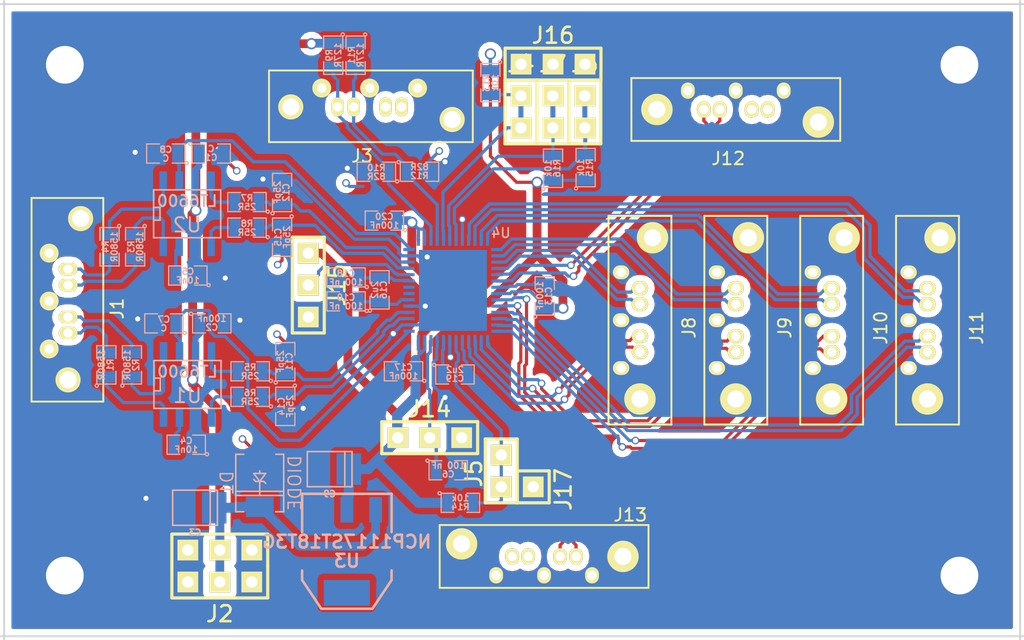
<source format=kicad_pcb>
(kicad_pcb (version 3) (host pcbnew "(2014-jan-25)-product")
  (layers (15 F.Cu signal) (0 B.Cu signal) (18 B.Paste user) (19 F.Paste user) (20 B.SilkS user) (21 F.SilkS user) (22 B.Mask user) (23 F.Mask user) (28 Edge.Cuts user))
  (net 0 "")
  (net 1 3V3)
  (net 2 "Net-(C4-Pad2)")
  (net 3 "Net-(C5-Pad2)")
  (net 4 "Net-(C6-Pad1)")
  (net 5 "Net-(C7-Pad1)")
  (net 6 "Net-(C8-Pad1)")
  (net 7 +1.8V)
  (net 8 "Net-(C10-Pad1)")
  (net 9 "Net-(C11-Pad1)")
  (net 10 "Net-(C12-Pad1)")
  (net 11 "Net-(C14-Pad1)")
  (net 12 "Net-(C15-Pad1)")
  (net 13 "Net-(C16-Pad2)")
  (net 14 "Net-(C19-Pad1)")
  (net 15 "Net-(J1-Pad2)")
  (net 16 "Net-(J1-Pad3)")
  (net 17 "Net-(J1-Pad5)")
  (net 18 "Net-(J1-Pad6)")
  (net 19 "Net-(J3-Pad2)")
  (net 20 "Net-(J3-Pad3)")
  (net 21 "Net-(J4-Pad1)")
  (net 22 "Net-(J5-Pad1)")
  (net 23 "Net-(J6-Pad1)")
  (net 24 "Net-(J7-Pad1)")
  (net 25 "Net-(J8-Pad2)")
  (net 26 "Net-(J8-Pad3)")
  (net 27 "Net-(J8-Pad5)")
  (net 28 "Net-(J8-Pad6)")
  (net 29 "Net-(J9-Pad2)")
  (net 30 "Net-(J9-Pad3)")
  (net 31 "Net-(J9-Pad5)")
  (net 32 "Net-(J9-Pad6)")
  (net 33 "Net-(J10-Pad2)")
  (net 34 "Net-(J10-Pad3)")
  (net 35 "Net-(J10-Pad5)")
  (net 36 "Net-(J10-Pad6)")
  (net 37 "Net-(J11-Pad2)")
  (net 38 "Net-(J11-Pad3)")
  (net 39 "Net-(J11-Pad5)")
  (net 40 "Net-(J11-Pad6)")
  (net 41 "Net-(J12-Pad2)")
  (net 42 "Net-(J12-Pad3)")
  (net 43 "Net-(J13-Pad2)")
  (net 44 "Net-(J13-Pad3)")
  (net 45 "Net-(R1-Pad1)")
  (net 46 "Net-(R2-Pad1)")
  (net 47 "Net-(R3-Pad1)")
  (net 48 "Net-(R4-Pad1)")
  (net 49 "Net-(R5-Pad2)")
  (net 50 "Net-(R6-Pad2)")
  (net 51 "Net-(R7-Pad2)")
  (net 52 "Net-(R8-Pad2)")
  (net 53 "Net-(J15-Pad2)")
  (net 54 DGND)
  (module SMD_Packages:SM0805 (layer B.Cu) (at 110.6932 106.121199)
    (fp_text reference C1 (at 0 0.3175) (layer B.SilkS) (effects (font (size 0.50038 0.50038) (thickness 0.10922)) (justify mirror)))
    (fp_text value C (at 0 -0.381) (layer B.SilkS) (effects (font (size 0.50038 0.50038) (thickness 0.10922)) (justify mirror)))
    (pad 1 smd rect (at -0.9525 0) (size 0.889 1.397) (layers B.Cu B.Paste B.Mask) (net 1 3V3))
    (pad 2 smd rect (at 0.9525 0) (size 0.889 1.397) (layers B.Cu B.Paste B.Mask) (net 54 DGND))
  )
  (module SMD_Packages:SM0805 (layer B.Cu) (at 110.744 119.634)
    (fp_text reference C2 (at 0 0.3175) (layer B.SilkS) (effects (font (size 0.50038 0.50038) (thickness 0.10922)) (justify mirror)))
    (fp_text value 100nF (at 0 -0.381) (layer B.SilkS) (effects (font (size 0.50038 0.50038) (thickness 0.10922)) (justify mirror)))
    (pad 1 smd rect (at -0.9525 0) (size 0.889 1.397) (layers B.Cu B.Paste B.Mask) (net 1 3V3))
    (pad 2 smd rect (at 0.9525 0) (size 0.889 1.397) (layers B.Cu B.Paste B.Mask) (net 54 DGND))
  )
  (module SMD_Packages:SM0805 (layer B.Cu) (at 108.712 129.286 180)
    (fp_text reference C4 (at 0 0.3175 180) (layer B.SilkS) (effects (font (size 0.50038 0.50038) (thickness 0.10922)) (justify mirror)))
    (fp_text value 10nF (at 0 -0.381 180) (layer B.SilkS) (effects (font (size 0.50038 0.50038) (thickness 0.10922)) (justify mirror)))
    (pad 1 smd rect (at -0.9525 0 180) (size 0.889 1.397) (layers B.Cu B.Paste B.Mask) (net 54 DGND))
    (pad 2 smd rect (at 0.9525 0 180) (size 0.889 1.397) (layers B.Cu B.Paste B.Mask) (net 2 "Net-(C4-Pad2)"))
  )
  (module SMD_Packages:SM0805 (layer B.Cu) (at 108.839 115.824 180)
    (fp_text reference C5 (at 0 0.3175 180) (layer B.SilkS) (effects (font (size 0.50038 0.50038) (thickness 0.10922)) (justify mirror)))
    (fp_text value 10nF (at 0 -0.381 180) (layer B.SilkS) (effects (font (size 0.50038 0.50038) (thickness 0.10922)) (justify mirror)))
    (pad 1 smd rect (at -0.9525 0 180) (size 0.889 1.397) (layers B.Cu B.Paste B.Mask) (net 54 DGND))
    (pad 2 smd rect (at 0.9525 0 180) (size 0.889 1.397) (layers B.Cu B.Paste B.Mask) (net 3 "Net-(C5-Pad2)"))
  )
  (module SMD_Packages:SM0805 (layer B.Cu) (at 129.54 131.318)
    (fp_text reference C6 (at 0 0.3175) (layer B.SilkS) (effects (font (size 0.50038 0.50038) (thickness 0.10922)) (justify mirror)))
    (fp_text value "100 nF" (at 0 -0.381) (layer B.SilkS) (effects (font (size 0.50038 0.50038) (thickness 0.10922)) (justify mirror)))
    (pad 1 smd rect (at -0.9525 0) (size 0.889 1.397) (layers B.Cu B.Paste B.Mask) (net 4 "Net-(C6-Pad1)"))
    (pad 2 smd rect (at 0.9525 0) (size 0.889 1.397) (layers B.Cu B.Paste B.Mask) (net 54 DGND))
  )
  (module SMD_Packages:SM0805 (layer B.Cu) (at 106.934 119.634 180)
    (fp_text reference C7 (at 0 0.3175 180) (layer B.SilkS) (effects (font (size 0.50038 0.50038) (thickness 0.10922)) (justify mirror)))
    (fp_text value C (at 0 -0.381 180) (layer B.SilkS) (effects (font (size 0.50038 0.50038) (thickness 0.10922)) (justify mirror)))
    (pad 1 smd rect (at -0.9525 0 180) (size 0.889 1.397) (layers B.Cu B.Paste B.Mask) (net 5 "Net-(C7-Pad1)"))
    (pad 2 smd rect (at 0.9525 0 180) (size 0.889 1.397) (layers B.Cu B.Paste B.Mask) (net 54 DGND))
  )
  (module SMD_Packages:SM0805 (layer B.Cu) (at 107.0864 106.121199 180)
    (fp_text reference C8 (at 0 0.3175 180) (layer B.SilkS) (effects (font (size 0.50038 0.50038) (thickness 0.10922)) (justify mirror)))
    (fp_text value C (at 0 -0.381 180) (layer B.SilkS) (effects (font (size 0.50038 0.50038) (thickness 0.10922)) (justify mirror)))
    (pad 1 smd rect (at -0.9525 0 180) (size 0.889 1.397) (layers B.Cu B.Paste B.Mask) (net 6 "Net-(C8-Pad1)"))
    (pad 2 smd rect (at 0.9525 0 180) (size 0.889 1.397) (layers B.Cu B.Paste B.Mask) (net 54 DGND))
  )
  (module Capacitors_SMD:c_tant_B (layer B.Cu) (at 120.112 131.231)
    (fp_text reference C9 (at 0 1.9685) (layer B.SilkS) (effects (font (size 0.50038 0.50038) (thickness 0.11938)) (justify mirror)))
    (fp_text value 10uF hide)
    (pad 1 smd rect (at 1.524 0) (size 1.95072 2.49936) (layers B.Cu B.Paste B.Mask) (net 7 +1.8V))
    (pad 2 smd rect (at -1.524 0) (size 1.95072 2.49936) (layers B.Cu B.Paste B.Mask) (net 54 DGND))
  )
  (module Kaklik_smd_pouzdra:SM0805 (layer B.Cu) (at 121.412 117.8814 180)
    (fp_text reference C10 (at 0 0.3175 180) (layer B.SilkS) (effects (font (size 0.50038 0.50038) (thickness 0.10922)) (justify mirror)))
    (fp_text value "100 nF" (at 0 -0.381 180) (layer B.SilkS) (effects (font (size 0.50038 0.50038) (thickness 0.10922)) (justify mirror)))
    (pad 1 smd rect (at -0.9525 0 180) (size 0.889 1.397) (layers B.Cu B.Paste B.Mask) (net 8 "Net-(C10-Pad1)"))
    (pad 2 smd rect (at 0.9525 0 180) (size 0.889 1.397) (layers B.Cu B.Paste B.Mask) (net 54 DGND))
  )
  (module Kaklik_smd_pouzdra:SM0805 (layer B.Cu) (at 116.586 122.682 90)
    (fp_text reference C11 (at 0 0.3175 90) (layer B.SilkS) (effects (font (size 0.50038 0.50038) (thickness 0.10922)) (justify mirror)))
    (fp_text value 25pF (at 0 -0.381 90) (layer B.SilkS) (effects (font (size 0.50038 0.50038) (thickness 0.10922)) (justify mirror)))
    (pad 1 smd rect (at -0.9525 0 90) (size 0.889 1.397) (layers B.Cu B.Paste B.Mask) (net 9 "Net-(C11-Pad1)"))
    (pad 2 smd rect (at 0.9525 0 90) (size 0.889 1.397) (layers B.Cu B.Paste B.Mask) (net 54 DGND))
  )
  (module Kaklik_smd_pouzdra:SM0805 (layer B.Cu) (at 116.332 109.22 90)
    (fp_text reference C12 (at 0 0.3175 90) (layer B.SilkS) (effects (font (size 0.50038 0.50038) (thickness 0.10922)) (justify mirror)))
    (fp_text value 25pF (at 0 -0.381 90) (layer B.SilkS) (effects (font (size 0.50038 0.50038) (thickness 0.10922)) (justify mirror)))
    (pad 1 smd rect (at -0.9525 0 90) (size 0.889 1.397) (layers B.Cu B.Paste B.Mask) (net 10 "Net-(C12-Pad1)"))
    (pad 2 smd rect (at 0.9525 0 90) (size 0.889 1.397) (layers B.Cu B.Paste B.Mask) (net 54 DGND))
  )
  (module Kaklik_smd_pouzdra:SM0805 (layer B.Cu) (at 137.210802 117.44961 90)
    (fp_text reference C13 (at 0 0.3175 90) (layer B.SilkS) (effects (font (size 0.50038 0.50038) (thickness 0.10922)) (justify mirror)))
    (fp_text value 100nF (at 0 -0.381 90) (layer B.SilkS) (effects (font (size 0.50038 0.50038) (thickness 0.10922)) (justify mirror)))
    (pad 1 smd rect (at -0.9525 0 90) (size 0.889 1.397) (layers B.Cu B.Paste B.Mask) (net 7 +1.8V))
    (pad 2 smd rect (at 0.9525 0 90) (size 0.889 1.397) (layers B.Cu B.Paste B.Mask) (net 54 DGND))
  )
  (module Kaklik_smd_pouzdra:SM0805 (layer B.Cu) (at 116.586 126.238 270)
    (fp_text reference C14 (at 0 0.3175 270) (layer B.SilkS) (effects (font (size 0.50038 0.50038) (thickness 0.10922)) (justify mirror)))
    (fp_text value 25pF (at 0 -0.381 270) (layer B.SilkS) (effects (font (size 0.50038 0.50038) (thickness 0.10922)) (justify mirror)))
    (pad 1 smd rect (at -0.9525 0 270) (size 0.889 1.397) (layers B.Cu B.Paste B.Mask) (net 11 "Net-(C14-Pad1)"))
    (pad 2 smd rect (at 0.9525 0 270) (size 0.889 1.397) (layers B.Cu B.Paste B.Mask) (net 54 DGND))
  )
  (module Kaklik_smd_pouzdra:SM0805 (layer B.Cu) (at 116.332 112.776 270)
    (fp_text reference C15 (at 0 0.3175 270) (layer B.SilkS) (effects (font (size 0.50038 0.50038) (thickness 0.10922)) (justify mirror)))
    (fp_text value 25pF (at 0 -0.381 270) (layer B.SilkS) (effects (font (size 0.50038 0.50038) (thickness 0.10922)) (justify mirror)))
    (pad 1 smd rect (at -0.9525 0 270) (size 0.889 1.397) (layers B.Cu B.Paste B.Mask) (net 12 "Net-(C15-Pad1)"))
    (pad 2 smd rect (at 0.9525 0 270) (size 0.889 1.397) (layers B.Cu B.Paste B.Mask) (net 54 DGND))
  )
  (module Kaklik_smd_pouzdra:SM0805 (layer B.Cu) (at 124.079 116.967 90)
    (fp_text reference C16 (at 0 0.3175 90) (layer B.SilkS) (effects (font (size 0.50038 0.50038) (thickness 0.10922)) (justify mirror)))
    (fp_text value 2u2 (at 0 -0.381 90) (layer B.SilkS) (effects (font (size 0.50038 0.50038) (thickness 0.10922)) (justify mirror)))
    (pad 1 smd rect (at -0.9525 0 90) (size 0.889 1.397) (layers B.Cu B.Paste B.Mask) (net 8 "Net-(C10-Pad1)"))
    (pad 2 smd rect (at 0.9525 0 90) (size 0.889 1.397) (layers B.Cu B.Paste B.Mask) (net 13 "Net-(C16-Pad2)"))
  )
  (module Kaklik_smd_pouzdra:SM0805 (layer B.Cu) (at 125.984 123.444 180)
    (fp_text reference C17 (at 0 0.3175 180) (layer B.SilkS) (effects (font (size 0.50038 0.50038) (thickness 0.10922)) (justify mirror)))
    (fp_text value 100nF (at 0 -0.381 180) (layer B.SilkS) (effects (font (size 0.50038 0.50038) (thickness 0.10922)) (justify mirror)))
    (pad 1 smd rect (at -0.9525 0 180) (size 0.889 1.397) (layers B.Cu B.Paste B.Mask) (net 7 +1.8V))
    (pad 2 smd rect (at 0.9525 0 180) (size 0.889 1.397) (layers B.Cu B.Paste B.Mask) (net 54 DGND))
  )
  (module Kaklik_smd_pouzdra:SM0805 (layer B.Cu) (at 121.412 115.9764 180)
    (fp_text reference C18 (at 0 0.3175 180) (layer B.SilkS) (effects (font (size 0.50038 0.50038) (thickness 0.10922)) (justify mirror)))
    (fp_text value "100 nF" (at 0 -0.381 180) (layer B.SilkS) (effects (font (size 0.50038 0.50038) (thickness 0.10922)) (justify mirror)))
    (pad 1 smd rect (at -0.9525 0 180) (size 0.889 1.397) (layers B.Cu B.Paste B.Mask) (net 13 "Net-(C16-Pad2)"))
    (pad 2 smd rect (at 0.9525 0 180) (size 0.889 1.397) (layers B.Cu B.Paste B.Mask) (net 54 DGND))
  )
  (module Kaklik_smd_pouzdra:SM0805 (layer B.Cu) (at 130.073404 123.698002)
    (fp_text reference C19 (at 0 0.3175) (layer B.SilkS) (effects (font (size 0.50038 0.50038) (thickness 0.10922)) (justify mirror)))
    (fp_text value 2u2 (at 0 -0.381) (layer B.SilkS) (effects (font (size 0.50038 0.50038) (thickness 0.10922)) (justify mirror)))
    (pad 1 smd rect (at -0.9525 0) (size 0.889 1.397) (layers B.Cu B.Paste B.Mask) (net 14 "Net-(C19-Pad1)"))
    (pad 2 smd rect (at 0.9525 0) (size 0.889 1.397) (layers B.Cu B.Paste B.Mask) (net 54 DGND))
  )
  (module Kaklik_smd_pouzdra:SM0805 (layer B.Cu) (at 124.46 111.4552 180)
    (fp_text reference C20 (at 0 0.3175 180) (layer B.SilkS) (effects (font (size 0.50038 0.50038) (thickness 0.10922)) (justify mirror)))
    (fp_text value 100nF (at 0 -0.381 180) (layer B.SilkS) (effects (font (size 0.50038 0.50038) (thickness 0.10922)) (justify mirror)))
    (pad 1 smd rect (at -0.9525 0 180) (size 0.889 1.397) (layers B.Cu B.Paste B.Mask) (net 7 +1.8V))
    (pad 2 smd rect (at 0.9525 0 180) (size 0.889 1.397) (layers B.Cu B.Paste B.Mask) (net 54 DGND))
  )
  (module Kaklik_konektory:SATA-7_THT_VERT (layer F.Cu) (at 99.314 117.856 270)
    (fp_text reference J1 (at 0.6 -3.9 270) (layer F.SilkS))
    (fp_text value SATA7-67491-1030 hide)
    (pad 9 thru_hole circle (at 6.27 0 270) (size 2 2) (drill 1.35) (layers *.Cu *.Mask F.SilkS) (net 54 DGND))
    (pad 2 thru_hole oval (at 2.54 0 270) (size 1 1.5) (drill 0.74) (layers *.Cu *.Mask F.SilkS) (net 15 "Net-(J1-Pad2)"))
    (pad 8 thru_hole circle (at -6.56 -1 270) (size 2 2) (drill 1.35) (layers *.Cu *.Mask F.SilkS) (net 54 DGND))
    (pad 3 thru_hole oval (at 1.27 0 270) (size 1 1.5) (drill 0.74) (layers *.Cu *.Mask F.SilkS) (net 16 "Net-(J1-Pad3)"))
    (pad 5 thru_hole oval (at -1.27 0 270) (size 1 1.5) (drill 0.74) (layers *.Cu *.Mask F.SilkS) (net 17 "Net-(J1-Pad5)"))
    (pad 6 thru_hole oval (at -2.54 0 270) (size 1 1.5) (drill 0.74) (layers *.Cu *.Mask F.SilkS) (net 18 "Net-(J1-Pad6)"))
    (pad 7 thru_hole circle (at -3.81 1.5 270) (size 1.5 1.5) (drill 0.74) (layers *.Cu *.Mask F.SilkS) (net 54 DGND))
    (pad 4 thru_hole circle (at 0 1.5 270) (size 1.5 1.5) (drill 0.74) (layers *.Cu *.Mask F.SilkS) (net 54 DGND))
    (pad 1 thru_hole circle (at 3.81 1.5 270) (size 1.5 1.5) (drill 0.74) (layers *.Cu *.Mask F.SilkS) (net 54 DGND))
  )
  (module MLAB_Jumpery:Pin_Header_Straight_2x03 (layer F.Cu) (at 111.379 138.938 180)
    (fp_text reference J2 (at 0 -3.81 180) (layer F.SilkS) (effects (font (size 1.27 1.27) (thickness 0.2032))))
    (fp_text value JUMP_3X2_CONN hide)
    (pad 1 thru_hole rect (at -2.54 1.27 180) (size 1.651 1.651) (drill 0.9) (layers *.Cu *.Mask F.SilkS) (net 54 DGND))
    (pad 2 thru_hole rect (at 0 1.27 180) (size 1.651 1.651) (drill 0.9) (layers *.Cu *.Mask F.SilkS) (net 1 3V3))
    (pad 3 thru_hole rect (at 2.54 1.27 180) (size 1.651 1.651) (drill 0.9) (layers *.Cu *.Mask F.SilkS) (net 54 DGND))
    (pad 4 thru_hole rect (at 2.54 -1.27 180) (size 1.651 1.651) (drill 0.9) (layers *.Cu *.Mask F.SilkS) (net 54 DGND))
    (pad 5 thru_hole rect (at 0 -1.27 180) (size 1.651 1.651) (drill 0.9) (layers *.Cu *.Mask F.SilkS) (net 1 3V3))
    (pad 6 thru_hole rect (at -2.54 -1.27 180) (size 1.651 1.651) (drill 0.9) (layers *.Cu *.Mask F.SilkS) (net 54 DGND))
  )
  (module Kaklik_konektory:SATA-7_THT_VERT (layer F.Cu) (at 123.2916 102.4128 180)
    (fp_text reference J3 (at 0.6 -3.9 180) (layer F.SilkS))
    (fp_text value SATA7-67491-1030 hide)
    (pad 9 thru_hole circle (at 6.27 0 180) (size 2 2) (drill 1.35) (layers *.Cu *.Mask F.SilkS) (net 54 DGND))
    (pad 2 thru_hole oval (at 2.54 0 180) (size 1 1.5) (drill 0.74) (layers *.Cu *.Mask F.SilkS) (net 19 "Net-(J3-Pad2)"))
    (pad 8 thru_hole circle (at -6.56 -1 180) (size 2 2) (drill 1.35) (layers *.Cu *.Mask F.SilkS) (net 54 DGND))
    (pad 3 thru_hole oval (at 1.27 0 180) (size 1 1.5) (drill 0.74) (layers *.Cu *.Mask F.SilkS) (net 20 "Net-(J3-Pad3)"))
    (pad 5 thru_hole oval (at -1.27 0 180) (size 1 1.5) (drill 0.74) (layers *.Cu *.Mask F.SilkS))
    (pad 6 thru_hole oval (at -2.54 0 180) (size 1 1.5) (drill 0.74) (layers *.Cu *.Mask F.SilkS))
    (pad 7 thru_hole circle (at -3.81 1.5 180) (size 1.5 1.5) (drill 0.74) (layers *.Cu *.Mask F.SilkS) (net 54 DGND))
    (pad 4 thru_hole circle (at 0 1.5 180) (size 1.5 1.5) (drill 0.74) (layers *.Cu *.Mask F.SilkS) (net 54 DGND))
    (pad 1 thru_hole circle (at 3.81 1.5 180) (size 1.5 1.5) (drill 0.74) (layers *.Cu *.Mask F.SilkS) (net 54 DGND))
  )
  (module MLAB_Jumpery:Pin_Header_Straight_2x01 (layer F.Cu) (at 135.3185 102.8065)
    (fp_text reference J4 (at 0 -3.81) (layer F.SilkS) (effects (font (size 1.27 1.27) (thickness 0.2032))))
    (fp_text value JUMP_2_CONN hide)
    (pad 2 thru_hole rect (at 0 1.27) (size 1.651 1.651) (drill 0.9) (layers *.Cu *.Mask F.SilkS) (net 21 "Net-(J4-Pad1)"))
    (pad 1 thru_hole rect (at 0 -1.27) (size 1.651 1.651) (drill 0.9) (layers *.Cu *.Mask F.SilkS) (net 21 "Net-(J4-Pad1)"))
  )
  (module MLAB_Jumpery:Pin_Header_Straight_2x01 (layer F.Cu) (at 133.7564 131.3688 180)
    (fp_text reference J5 (at 2.1844 -0.2032 270) (layer F.SilkS) (effects (font (size 1.27 1.27) (thickness 0.2032))))
    (fp_text value JUMP_2_CONN hide)
    (pad 2 thru_hole rect (at 0 1.27 180) (size 1.651 1.651) (drill 0.9) (layers *.Cu *.Mask F.SilkS) (net 22 "Net-(J5-Pad1)"))
    (pad 1 thru_hole rect (at 0 -1.27 180) (size 1.651 1.651) (drill 0.9) (layers *.Cu *.Mask F.SilkS) (net 22 "Net-(J5-Pad1)"))
  )
  (module MLAB_Jumpery:Pin_Header_Straight_2x01 (layer F.Cu) (at 140.3985 102.8065)
    (fp_text reference J6 (at 0 -3.81) (layer F.SilkS) (effects (font (size 1.27 1.27) (thickness 0.2032))))
    (fp_text value JUMP_2_CONN hide)
    (pad 2 thru_hole rect (at 0 1.27) (size 1.651 1.651) (drill 0.9) (layers *.Cu *.Mask F.SilkS) (net 23 "Net-(J6-Pad1)"))
    (pad 1 thru_hole rect (at 0 -1.27) (size 1.651 1.651) (drill 0.9) (layers *.Cu *.Mask F.SilkS) (net 23 "Net-(J6-Pad1)"))
  )
  (module MLAB_Jumpery:Pin_Header_Straight_2x01 (layer F.Cu) (at 137.8585 102.8065)
    (fp_text reference J7 (at 0 -3.81) (layer F.SilkS) (effects (font (size 1.27 1.27) (thickness 0.2032))))
    (fp_text value JUMP_2_CONN hide)
    (pad 2 thru_hole rect (at 0 1.27) (size 1.651 1.651) (drill 0.9) (layers *.Cu *.Mask F.SilkS) (net 24 "Net-(J7-Pad1)"))
    (pad 1 thru_hole rect (at 0 -1.27) (size 1.651 1.651) (drill 0.9) (layers *.Cu *.Mask F.SilkS) (net 24 "Net-(J7-Pad1)"))
  )
  (module SMD_Packages:SM0805 (layer B.Cu) (at 102.362 122.936 90)
    (fp_text reference R1 (at 0 0.3175 90) (layer B.SilkS) (effects (font (size 0.50038 0.50038) (thickness 0.10922)) (justify mirror)))
    (fp_text value 1580R (at 0 -0.381 90) (layer B.SilkS) (effects (font (size 0.50038 0.50038) (thickness 0.10922)) (justify mirror)))
    (pad 1 smd rect (at -0.9525 0 90) (size 0.889 1.397) (layers B.Cu B.Paste B.Mask) (net 45 "Net-(R1-Pad1)"))
    (pad 2 smd rect (at 0.9525 0 90) (size 0.889 1.397) (layers B.Cu B.Paste B.Mask) (net 15 "Net-(J1-Pad2)"))
  )
  (module SMD_Packages:SM0805 (layer B.Cu) (at 104.394 122.936 90)
    (fp_text reference R2 (at 0 0.3175 90) (layer B.SilkS) (effects (font (size 0.50038 0.50038) (thickness 0.10922)) (justify mirror)))
    (fp_text value 1580R (at 0 -0.381 90) (layer B.SilkS) (effects (font (size 0.50038 0.50038) (thickness 0.10922)) (justify mirror)))
    (pad 1 smd rect (at -0.9525 0 90) (size 0.889 1.397) (layers B.Cu B.Paste B.Mask) (net 46 "Net-(R2-Pad1)"))
    (pad 2 smd rect (at 0.9525 0 90) (size 0.889 1.397) (layers B.Cu B.Paste B.Mask) (net 16 "Net-(J1-Pad3)"))
  )
  (module SMD_Packages:SM0805 (layer B.Cu) (at 104.648 113.538 270)
    (fp_text reference R3 (at 0 0.3175 270) (layer B.SilkS) (effects (font (size 0.50038 0.50038) (thickness 0.10922)) (justify mirror)))
    (fp_text value 1580R (at 0 -0.381 270) (layer B.SilkS) (effects (font (size 0.50038 0.50038) (thickness 0.10922)) (justify mirror)))
    (pad 1 smd rect (at -0.9525 0 270) (size 0.889 1.397) (layers B.Cu B.Paste B.Mask) (net 47 "Net-(R3-Pad1)"))
    (pad 2 smd rect (at 0.9525 0 270) (size 0.889 1.397) (layers B.Cu B.Paste B.Mask) (net 17 "Net-(J1-Pad5)"))
  )
  (module SMD_Packages:SM0805 (layer B.Cu) (at 102.616 113.538 270)
    (fp_text reference R4 (at 0 0.3175 270) (layer B.SilkS) (effects (font (size 0.50038 0.50038) (thickness 0.10922)) (justify mirror)))
    (fp_text value 1580R (at 0 -0.381 270) (layer B.SilkS) (effects (font (size 0.50038 0.50038) (thickness 0.10922)) (justify mirror)))
    (pad 1 smd rect (at -0.9525 0 270) (size 0.889 1.397) (layers B.Cu B.Paste B.Mask) (net 48 "Net-(R4-Pad1)"))
    (pad 2 smd rect (at 0.9525 0 270) (size 0.889 1.397) (layers B.Cu B.Paste B.Mask) (net 18 "Net-(J1-Pad6)"))
  )
  (module Kaklik_smd_pouzdra:SM0805 (layer B.Cu) (at 113.792 123.444 180)
    (fp_text reference R5 (at 0 0.3175 180) (layer B.SilkS) (effects (font (size 0.50038 0.50038) (thickness 0.10922)) (justify mirror)))
    (fp_text value 25R (at 0 -0.381 180) (layer B.SilkS) (effects (font (size 0.50038 0.50038) (thickness 0.10922)) (justify mirror)))
    (pad 1 smd rect (at -0.9525 0 180) (size 0.889 1.397) (layers B.Cu B.Paste B.Mask) (net 9 "Net-(C11-Pad1)"))
    (pad 2 smd rect (at 0.9525 0 180) (size 0.889 1.397) (layers B.Cu B.Paste B.Mask) (net 49 "Net-(R5-Pad2)"))
  )
  (module Kaklik_smd_pouzdra:SM0805 (layer B.Cu) (at 113.792 125.476 180)
    (fp_text reference R6 (at 0 0.3175 180) (layer B.SilkS) (effects (font (size 0.50038 0.50038) (thickness 0.10922)) (justify mirror)))
    (fp_text value 25R (at 0 -0.381 180) (layer B.SilkS) (effects (font (size 0.50038 0.50038) (thickness 0.10922)) (justify mirror)))
    (pad 1 smd rect (at -0.9525 0 180) (size 0.889 1.397) (layers B.Cu B.Paste B.Mask) (net 11 "Net-(C14-Pad1)"))
    (pad 2 smd rect (at 0.9525 0 180) (size 0.889 1.397) (layers B.Cu B.Paste B.Mask) (net 50 "Net-(R6-Pad2)"))
  )
  (module Kaklik_smd_pouzdra:SM0805 (layer B.Cu) (at 113.538 109.982 180)
    (fp_text reference R7 (at 0 0.3175 180) (layer B.SilkS) (effects (font (size 0.50038 0.50038) (thickness 0.10922)) (justify mirror)))
    (fp_text value 25R (at 0 -0.381 180) (layer B.SilkS) (effects (font (size 0.50038 0.50038) (thickness 0.10922)) (justify mirror)))
    (pad 1 smd rect (at -0.9525 0 180) (size 0.889 1.397) (layers B.Cu B.Paste B.Mask) (net 10 "Net-(C12-Pad1)"))
    (pad 2 smd rect (at 0.9525 0 180) (size 0.889 1.397) (layers B.Cu B.Paste B.Mask) (net 51 "Net-(R7-Pad2)"))
  )
  (module Kaklik_smd_pouzdra:SM0805 (layer B.Cu) (at 113.538 112.014 180)
    (fp_text reference R8 (at 0 0.3175 180) (layer B.SilkS) (effects (font (size 0.50038 0.50038) (thickness 0.10922)) (justify mirror)))
    (fp_text value 25R (at 0 -0.381 180) (layer B.SilkS) (effects (font (size 0.50038 0.50038) (thickness 0.10922)) (justify mirror)))
    (pad 1 smd rect (at -0.9525 0 180) (size 0.889 1.397) (layers B.Cu B.Paste B.Mask) (net 12 "Net-(C15-Pad1)"))
    (pad 2 smd rect (at 0.9525 0 180) (size 0.889 1.397) (layers B.Cu B.Paste B.Mask) (net 52 "Net-(R8-Pad2)"))
  )
  (module Kaklik_smd_pouzdra:SM0805 (layer B.Cu) (at 120.396 98.298 270)
    (fp_text reference R9 (at 0 0.3175 270) (layer B.SilkS) (effects (font (size 0.50038 0.50038) (thickness 0.10922)) (justify mirror)))
    (fp_text value 127R (at 0 -0.381 270) (layer B.SilkS) (effects (font (size 0.50038 0.50038) (thickness 0.10922)) (justify mirror)))
    (pad 1 smd rect (at -0.9525 0 270) (size 0.889 1.397) (layers B.Cu B.Paste B.Mask) (net 1 3V3))
    (pad 2 smd rect (at 0.9525 0 270) (size 0.889 1.397) (layers B.Cu B.Paste B.Mask) (net 19 "Net-(J3-Pad2)"))
  )
  (module Kaklik_smd_pouzdra:SM0805 (layer B.Cu) (at 123.825 107.569 180)
    (fp_text reference R10 (at 0 0.3175 180) (layer B.SilkS) (effects (font (size 0.50038 0.50038) (thickness 0.10922)) (justify mirror)))
    (fp_text value 82R (at 0 -0.381 180) (layer B.SilkS) (effects (font (size 0.50038 0.50038) (thickness 0.10922)) (justify mirror)))
    (pad 1 smd rect (at -0.9525 0 180) (size 0.889 1.397) (layers B.Cu B.Paste B.Mask) (net 19 "Net-(J3-Pad2)"))
    (pad 2 smd rect (at 0.9525 0 180) (size 0.889 1.397) (layers B.Cu B.Paste B.Mask) (net 54 DGND))
  )
  (module Kaklik_smd_pouzdra:SM0805 (layer B.Cu) (at 122.174 98.298 270)
    (fp_text reference R11 (at 0 0.3175 270) (layer B.SilkS) (effects (font (size 0.50038 0.50038) (thickness 0.10922)) (justify mirror)))
    (fp_text value 127R (at 0 -0.381 270) (layer B.SilkS) (effects (font (size 0.50038 0.50038) (thickness 0.10922)) (justify mirror)))
    (pad 1 smd rect (at -0.9525 0 270) (size 0.889 1.397) (layers B.Cu B.Paste B.Mask) (net 1 3V3))
    (pad 2 smd rect (at 0.9525 0 270) (size 0.889 1.397) (layers B.Cu B.Paste B.Mask) (net 20 "Net-(J3-Pad3)"))
  )
  (module Kaklik_smd_pouzdra:SM0805 (layer B.Cu) (at 127.254 107.569)
    (fp_text reference R12 (at 0 0.3175) (layer B.SilkS) (effects (font (size 0.50038 0.50038) (thickness 0.10922)) (justify mirror)))
    (fp_text value 82R (at 0 -0.381) (layer B.SilkS) (effects (font (size 0.50038 0.50038) (thickness 0.10922)) (justify mirror)))
    (pad 1 smd rect (at -0.9525 0) (size 0.889 1.397) (layers B.Cu B.Paste B.Mask) (net 20 "Net-(J3-Pad3)"))
    (pad 2 smd rect (at 0.9525 0) (size 0.889 1.397) (layers B.Cu B.Paste B.Mask) (net 54 DGND))
  )
  (module SMD_Packages:SO8E (layer B.Cu) (at 108.784 110.914)
    (fp_text reference U2 (at 0 0.889) (layer B.SilkS) (effects (font (size 1.143 1.143) (thickness 0.1524)) (justify mirror)))
    (fp_text value LT6600 (at 0 -1.016) (layer B.SilkS) (effects (font (size 0.889 0.889) (thickness 0.1524)) (justify mirror)))
    (pad 8 smd rect (at -1.905 2.667) (size 0.59944 1.39954) (layers B.Cu B.Paste B.Mask) (net 47 "Net-(R3-Pad1)"))
    (pad 1 smd rect (at -1.905 -2.667) (size 0.59944 1.39954) (layers B.Cu B.Paste B.Mask) (net 48 "Net-(R4-Pad1)"))
    (pad 7 smd rect (at -0.635 2.667) (size 0.59944 1.39954) (layers B.Cu B.Paste B.Mask) (net 3 "Net-(C5-Pad2)"))
    (pad 6 smd rect (at 0.635 2.667) (size 0.59944 1.39954) (layers B.Cu B.Paste B.Mask) (net 54 DGND))
    (pad 5 smd rect (at 1.905 2.667) (size 0.59944 1.39954) (layers B.Cu B.Paste B.Mask) (net 52 "Net-(R8-Pad2)"))
    (pad 2 smd rect (at -0.635 -2.667) (size 0.59944 1.39954) (layers B.Cu B.Paste B.Mask) (net 6 "Net-(C8-Pad1)"))
    (pad 3 smd rect (at 0.635 -2.667) (size 0.59944 1.39954) (layers B.Cu B.Paste B.Mask) (net 1 3V3))
    (pad 4 smd rect (at 1.905 -2.667) (size 0.59944 1.39954) (layers B.Cu B.Paste B.Mask) (net 51 "Net-(R7-Pad2)"))
  )
  (module SMD_Packages:SOT223 (layer B.Cu) (at 121.479489 137.766485)
    (fp_text reference U3 (at 0 0.762) (layer B.SilkS) (effects (font (size 1.016 1.016) (thickness 0.2032)) (justify mirror)))
    (fp_text value NCP1117ST18T3G (at 0 -0.762) (layer B.SilkS) (effects (font (size 1.016 1.016) (thickness 0.2032)) (justify mirror)))
    (pad 4 smd rect (at 0 3.302) (size 3.6576 2.032) (layers B.Cu B.Paste B.Mask))
    (pad 2 smd rect (at 0 -3.302) (size 1.016 2.032) (layers B.Cu B.Paste B.Mask) (net 7 +1.8V))
    (pad 3 smd rect (at 2.286 -3.302) (size 1.016 2.032) (layers B.Cu B.Paste B.Mask) (net 1 3V3))
    (pad 1 smd rect (at -2.286 -3.302) (size 1.016 2.032) (layers B.Cu B.Paste B.Mask) (net 54 DGND))
  )
  (module Kaklik_smd_pouzdra:QFN52+1EP_HandSoldering (layer B.Cu) (at 129.914 117.009)
    (fp_text reference U4 (at 3.81 -4.572) (layer B.SilkS) (effects (font (size 0.762 0.762) (thickness 0.127)) (justify mirror)))
    (fp_text value LTC2271 hide)
    (pad 27 smd rect (at 3.49852 -3.24828) (size 0.9 0.25) (layers B.Cu B.Paste B.Mask) (net 32 "Net-(J9-Pad6)"))
    (pad 14 smd rect (at -3.49852 -3.25082) (size 0.9 0.25) (layers B.Cu B.Paste B.Mask) (net 6 "Net-(C8-Pad1)"))
    (pad 40 smd rect (at 3.49852 3.25082) (size 0.9 0.25) (layers B.Cu B.Paste B.Mask) (net 33 "Net-(J10-Pad2)"))
    (pad 1 smd rect (at -3.49852 3.24828) (size 0.9 0.25) (layers B.Cu B.Paste B.Mask) (net 5 "Net-(C7-Pad1)"))
    (pad 2 smd rect (at -3.49852 2.74828) (size 0.9 0.25) (layers B.Cu B.Paste B.Mask) (net 54 DGND))
    (pad 3 smd rect (at -3.49852 2.2479) (size 0.9 0.25) (layers B.Cu B.Paste B.Mask) (net 11 "Net-(C14-Pad1)"))
    (pad 4 smd rect (at -3.49852 1.74752) (size 0.9 0.25) (layers B.Cu B.Paste B.Mask) (net 9 "Net-(C11-Pad1)"))
    (pad 5 smd rect (at -3.49852 1.24714) (size 0.9 0.25) (layers B.Cu B.Paste B.Mask) (net 54 DGND))
    (pad 6 smd rect (at -3.49852 0.7493) (size 0.9 0.25) (layers B.Cu B.Paste B.Mask) (net 8 "Net-(C10-Pad1)"))
    (pad 7 smd rect (at -3.49852 0.24892) (size 0.9 0.25) (layers B.Cu B.Paste B.Mask) (net 13 "Net-(C16-Pad2)"))
    (pad 8 smd rect (at -3.49852 -0.25146) (size 0.9 0.25) (layers B.Cu B.Paste B.Mask) (net 8 "Net-(C10-Pad1)"))
    (pad 9 smd rect (at -3.49852 -0.75184) (size 0.9 0.25) (layers B.Cu B.Paste B.Mask) (net 13 "Net-(C16-Pad2)"))
    (pad 10 smd rect (at -3.49852 -1.25222) (size 0.9 0.25) (layers B.Cu B.Paste B.Mask) (net 53 "Net-(J15-Pad2)"))
    (pad 11 smd rect (at -3.49852 -1.7526) (size 0.9 0.25) (layers B.Cu B.Paste B.Mask) (net 12 "Net-(C15-Pad1)"))
    (pad 12 smd rect (at -3.49852 -2.25298) (size 0.9 0.25) (layers B.Cu B.Paste B.Mask) (net 10 "Net-(C12-Pad1)"))
    (pad 13 smd rect (at -3.49852 -2.75082) (size 0.9 0.25) (layers B.Cu B.Paste B.Mask) (net 54 DGND))
    (pad 36 smd rect (at 3.49852 1.25222) (size 0.9 0.25) (layers B.Cu B.Paste B.Mask) (net 44 "Net-(J13-Pad3)"))
    (pad 37 smd rect (at 3.49852 1.75006) (size 0.9 0.25) (layers B.Cu B.Paste B.Mask) (net 38 "Net-(J11-Pad3)"))
    (pad 38 smd rect (at 3.49852 2.25044) (size 0.9 0.25) (layers B.Cu B.Paste B.Mask) (net 37 "Net-(J11-Pad2)"))
    (pad 39 smd rect (at 3.49852 2.75082) (size 0.9 0.25) (layers B.Cu B.Paste B.Mask) (net 34 "Net-(J10-Pad3)"))
    (pad 19 smd rect (at -0.7493 -4.00106 270) (size 0.9 0.25) (layers B.Cu B.Paste B.Mask) (net 21 "Net-(J4-Pad1)"))
    (pad 20 smd rect (at -0.25146 -4.00106 270) (size 0.9 0.25) (layers B.Cu B.Paste B.Mask) (net 24 "Net-(J7-Pad1)"))
    (pad 21 smd rect (at 0.24892 -4.00106 270) (size 0.9 0.25) (layers B.Cu B.Paste B.Mask) (net 23 "Net-(J6-Pad1)"))
    (pad 22 smd rect (at 0.7493 -4.00106 270) (size 0.9 0.25) (layers B.Cu B.Paste B.Mask) (net 54 DGND))
    (pad 23 smd rect (at 1.24968 -4.00106 270) (size 0.9 0.25) (layers B.Cu B.Paste B.Mask) (net 40 "Net-(J11-Pad6)"))
    (pad 24 smd rect (at 1.75006 -4.00106 270) (size 0.9 0.25) (layers B.Cu B.Paste B.Mask) (net 39 "Net-(J11-Pad5)"))
    (pad 25 smd rect (at 2.25044 -4.00106 270) (size 0.9 0.25) (layers B.Cu B.Paste B.Mask) (net 36 "Net-(J10-Pad6)"))
    (pad 26 smd rect (at 2.75082 -4.00106 270) (size 0.9 0.25) (layers B.Cu B.Paste B.Mask) (net 35 "Net-(J10-Pad5)"))
    (pad 53 smd trapezoid (at 0 0) (size 5.41 6.45) (layers B.Cu B.Paste B.Mask) (net 54 DGND))
    (pad 15 smd rect (at -2.74828 -4.00106 270) (size 0.9 0.25) (layers B.Cu B.Paste B.Mask) (net 7 +1.8V))
    (pad 16 smd rect (at -2.2479 -4.00106 270) (size 0.9 0.25) (layers B.Cu B.Paste B.Mask) (net 7 +1.8V))
    (pad 17 smd rect (at -1.74752 -4.00106 270) (size 0.9 0.25) (layers B.Cu B.Paste B.Mask) (net 19 "Net-(J3-Pad2)"))
    (pad 18 smd rect (at -1.24968 -4.00106 270) (size 0.9 0.25) (layers B.Cu B.Paste B.Mask) (net 20 "Net-(J3-Pad3)"))
    (pad 28 smd rect (at 3.49852 -2.74828) (size 0.9 0.25) (layers B.Cu B.Paste B.Mask) (net 31 "Net-(J9-Pad5)"))
    (pad 29 smd rect (at 3.50106 -2.2479) (size 0.9 0.25) (layers B.Cu B.Paste B.Mask) (net 28 "Net-(J8-Pad6)"))
    (pad 30 smd rect (at 3.50106 -1.75006) (size 0.9 0.25) (layers B.Cu B.Paste B.Mask) (net 27 "Net-(J8-Pad5)"))
    (pad 31 smd rect (at 3.50106 -1.24968) (size 0.9 0.25) (layers B.Cu B.Paste B.Mask) (net 41 "Net-(J12-Pad2)"))
    (pad 32 smd rect (at 3.50106 -0.7493) (size 0.9 0.25) (layers B.Cu B.Paste B.Mask) (net 42 "Net-(J12-Pad3)"))
    (pad 33 smd rect (at 3.50106 -0.24892) (size 0.9 0.25) (layers B.Cu B.Paste B.Mask) (net 54 DGND))
    (pad 34 smd rect (at 3.50106 0.25146) (size 0.9 0.25) (layers B.Cu B.Paste B.Mask) (net 7 +1.8V))
    (pad 35 smd rect (at 3.50106 0.75184) (size 0.9 0.25) (layers B.Cu B.Paste B.Mask) (net 43 "Net-(J13-Pad2)"))
    (pad 41 smd rect (at 2.75082 3.99852 270) (size 0.9 0.25) (layers B.Cu B.Paste B.Mask) (net 30 "Net-(J9-Pad3)"))
    (pad 42 smd rect (at 2.25044 3.99852 270) (size 0.9 0.25) (layers B.Cu B.Paste B.Mask) (net 29 "Net-(J9-Pad2)"))
    (pad 43 smd rect (at 1.75006 3.99852 270) (size 0.9 0.25) (layers B.Cu B.Paste B.Mask) (net 26 "Net-(J8-Pad3)"))
    (pad 44 smd rect (at 1.25222 3.99852 270) (size 0.9 0.25) (layers B.Cu B.Paste B.Mask) (net 25 "Net-(J8-Pad2)"))
    (pad 45 smd rect (at 0.75184 3.99852 270) (size 0.9 0.25) (layers B.Cu B.Paste B.Mask) (net 54 DGND))
    (pad 46 smd rect (at 0.25146 3.99852 270) (size 0.9 0.25) (layers B.Cu B.Paste B.Mask) (net 22 "Net-(J5-Pad1)"))
    (pad 47 smd rect (at -0.24892 3.99852 270) (size 0.9 0.25) (layers B.Cu B.Paste B.Mask) (net 54 DGND))
    (pad 48 smd rect (at -0.7493 3.99852 270) (size 0.9 0.25) (layers B.Cu B.Paste B.Mask) (net 14 "Net-(C19-Pad1)"))
    (pad 49 smd rect (at -1.24968 3.99852 270) (size 0.9 0.25) (layers B.Cu B.Paste B.Mask) (net 54 DGND))
    (pad 50 smd rect (at -1.75006 3.99852 270) (size 0.9 0.25) (layers B.Cu B.Paste B.Mask) (net 4 "Net-(C6-Pad1)"))
    (pad 51 smd rect (at -2.2479 3.99852 270) (size 0.9 0.25) (layers B.Cu B.Paste B.Mask) (net 7 +1.8V))
    (pad 52 smd rect (at -2.74828 3.99852 270) (size 0.9 0.25) (layers B.Cu B.Paste B.Mask) (net 7 +1.8V))
  )
  (module Capacitors_SMD:c_tant_B (layer B.Cu) (at 109.4105 134.3025)
    (fp_text reference C3 (at 0 1.9685) (layer B.SilkS) (effects (font (size 0.50038 0.50038) (thickness 0.11938)) (justify mirror)))
    (fp_text value 10uF hide)
    (pad 1 smd rect (at 1.524 0) (size 1.95072 2.49936) (layers B.Cu B.Paste B.Mask) (net 1 3V3))
    (pad 2 smd rect (at -1.524 0) (size 1.95072 2.49936) (layers B.Cu B.Paste B.Mask) (net 54 DGND))
  )
  (module SMD_Packages:SO8E (layer B.Cu) (at 108.809 124.494)
    (fp_text reference U1 (at 0 0.889) (layer B.SilkS) (effects (font (size 1.143 1.143) (thickness 0.1524)) (justify mirror)))
    (fp_text value LT6600 (at 0 -1.016) (layer B.SilkS) (effects (font (size 0.889 0.889) (thickness 0.1524)) (justify mirror)))
    (pad 8 smd rect (at -1.905 2.667) (size 0.59944 1.39954) (layers B.Cu B.Paste B.Mask) (net 45 "Net-(R1-Pad1)"))
    (pad 1 smd rect (at -1.905 -2.667) (size 0.59944 1.39954) (layers B.Cu B.Paste B.Mask) (net 46 "Net-(R2-Pad1)"))
    (pad 7 smd rect (at -0.635 2.667) (size 0.59944 1.39954) (layers B.Cu B.Paste B.Mask) (net 2 "Net-(C4-Pad2)"))
    (pad 6 smd rect (at 0.635 2.667) (size 0.59944 1.39954) (layers B.Cu B.Paste B.Mask) (net 54 DGND))
    (pad 5 smd rect (at 1.905 2.667) (size 0.59944 1.39954) (layers B.Cu B.Paste B.Mask) (net 50 "Net-(R6-Pad2)"))
    (pad 2 smd rect (at -0.635 -2.667) (size 0.59944 1.39954) (layers B.Cu B.Paste B.Mask) (net 5 "Net-(C7-Pad1)"))
    (pad 3 smd rect (at 0.635 -2.667) (size 0.59944 1.39954) (layers B.Cu B.Paste B.Mask) (net 1 3V3))
    (pad 4 smd rect (at 1.905 -2.667) (size 0.59944 1.39954) (layers B.Cu B.Paste B.Mask) (net 49 "Net-(R5-Pad2)"))
  )
  (module MLAB_Mechanical:MountingHole_3mm (layer F.Cu) (at 99.06 139.7)
    (fp_text reference P1 hide)
    (fp_text value CONN_1 hide)
    (pad 1 thru_hole circle (at 0 0) (size 6 6) (drill 3) (layers *.Cu *.Adhes *.Mask) (net 54 DGND))
  )
  (module MLAB_Mechanical:MountingHole_3mm (layer F.Cu) (at 99.06 99.06)
    (fp_text reference P2 hide)
    (fp_text value CONN_1 hide)
    (pad 1 thru_hole circle (at 0 0) (size 6 6) (drill 3) (layers *.Cu *.Adhes *.Mask) (net 54 DGND))
  )
  (module MLAB_Mechanical:MountingHole_3mm (layer F.Cu) (at 170.18 139.7)
    (fp_text reference P3 hide)
    (fp_text value CONN_1 hide)
    (pad 1 thru_hole circle (at 0 0) (size 6 6) (drill 3) (layers *.Cu *.Adhes *.Mask) (net 54 DGND))
  )
  (module MLAB_Mechanical:MountingHole_3mm (layer F.Cu) (at 170.18 99.06)
    (fp_text reference P4 hide)
    (fp_text value CONN_1 hide)
    (pad 1 thru_hole circle (at 0 0) (size 6 6) (drill 3) (layers *.Cu *.Adhes *.Mask) (net 54 DGND))
  )
  (module "SMD_Packages:DO-214AC(SMA)" (layer B.Cu) (at 114.554 132.334 270)
    (fp_text reference D1 (at 0 2.60096 270) (layer B.SilkS) (effects (font (size 1.00076 1.00076) (thickness 0.11938)) (justify mirror)))
    (fp_text value DIODE (at 0 -2.79908 270) (layer B.SilkS) (effects (font (size 1.00076 1.00076) (thickness 0.11938)) (justify mirror)))
    (pad 1 smd rect (at -1.89992 0 270) (size 1.6002 2.19964) (layers B.Cu B.Paste B.Mask) (net 54 DGND))
    (pad 2 smd rect (at 1.89992 0 270) (size 1.6002 2.19964) (layers B.Cu B.Paste B.Mask) (net 1 3V3))
  )
  (module MLAB_Jumpery:Pin_Header_Straight_1x03 (layer F.Cu) (at 128.0668 128.7272)
    (fp_text reference J14 (at 0 -2.286) (layer F.SilkS) (effects (font (size 1.27 1.27) (thickness 0.2032))))
    (fp_text value SENSE hide)
    (pad 1 thru_hole rect (at -2.54 0) (size 1.651 1.651) (drill 0.9) (layers *.Cu *.Mask F.SilkS) (net 7 +1.8V))
    (pad 2 thru_hole rect (at 0 0) (size 1.651 1.651) (drill 0.9) (layers *.Cu *.Mask F.SilkS) (net 4 "Net-(C6-Pad1)"))
    (pad 3 thru_hole rect (at 2.54 0) (size 1.651 1.651) (drill 0.9) (layers *.Cu *.Mask F.SilkS) (net 54 DGND))
  )
  (module MLAB_Jumpery:Pin_Header_Straight_1x03 (layer F.Cu) (at 118.4148 116.586 270)
    (fp_text reference J15 (at 0 -2.286 270) (layer F.SilkS) (effects (font (size 1.27 1.27) (thickness 0.2032))))
    (fp_text value PAR/SER hide)
    (pad 1 thru_hole rect (at -2.54 0 270) (size 1.651 1.651) (drill 0.9) (layers *.Cu *.Mask F.SilkS) (net 7 +1.8V))
    (pad 2 thru_hole rect (at 0 0 270) (size 1.651 1.651) (drill 0.9) (layers *.Cu *.Mask F.SilkS) (net 53 "Net-(J15-Pad2)"))
    (pad 3 thru_hole rect (at 2.54 0 270) (size 1.651 1.651) (drill 0.9) (layers *.Cu *.Mask F.SilkS) (net 54 DGND))
  )
  (module MLAB_Jumpery:Pin_Header_Straight_1x03 (layer F.Cu) (at 137.8712 99.009202)
    (fp_text reference J16 (at 0 -2.286) (layer F.SilkS) (effects (font (size 1.27 1.27) (thickness 0.2032))))
    (fp_text value CONN_3 hide)
    (pad 1 thru_hole rect (at -2.54 0) (size 1.651 1.651) (drill 0.9) (layers *.Cu *.Mask F.SilkS) (net 54 DGND))
    (pad 2 thru_hole rect (at 0 0) (size 1.651 1.651) (drill 0.9) (layers *.Cu *.Mask F.SilkS) (net 54 DGND))
    (pad 3 thru_hole rect (at 2.54 0) (size 1.651 1.651) (drill 0.9) (layers *.Cu *.Mask F.SilkS) (net 54 DGND))
  )
  (module SMD_Packages:SM0805 (layer B.Cu) (at 132.892798 100.482411 270)
    (fp_text reference R13 (at 0 0.3175 270) (layer B.SilkS) (effects (font (size 0.50038 0.50038) (thickness 0.10922)) (justify mirror)))
    (fp_text value 10k (at 0 -0.381 270) (layer B.SilkS) (effects (font (size 0.50038 0.50038) (thickness 0.10922)) (justify mirror)))
    (pad 1 smd rect (at -0.9525 0 270) (size 0.889 1.397) (layers B.Cu B.Paste B.Mask) (net 7 +1.8V))
    (pad 2 smd rect (at 0.9525 0 270) (size 0.889 1.397) (layers B.Cu B.Paste B.Mask) (net 21 "Net-(J4-Pad1)"))
  )
  (module SMD_Packages:SM0805 (layer B.Cu) (at 130.5052 133.9088)
    (fp_text reference R14 (at 0 0.3175) (layer B.SilkS) (effects (font (size 0.50038 0.50038) (thickness 0.10922)) (justify mirror)))
    (fp_text value 10k (at 0 -0.381) (layer B.SilkS) (effects (font (size 0.50038 0.50038) (thickness 0.10922)) (justify mirror)))
    (pad 1 smd rect (at -0.9525 0) (size 0.889 1.397) (layers B.Cu B.Paste B.Mask) (net 7 +1.8V))
    (pad 2 smd rect (at 0.9525 0) (size 0.889 1.397) (layers B.Cu B.Paste B.Mask) (net 22 "Net-(J5-Pad1)"))
  )
  (module SMD_Packages:SM0805 (layer B.Cu) (at 140.462 107.238801 90)
    (fp_text reference R15 (at 0 0.3175 90) (layer B.SilkS) (effects (font (size 0.50038 0.50038) (thickness 0.10922)) (justify mirror)))
    (fp_text value 10k (at 0 -0.381 90) (layer B.SilkS) (effects (font (size 0.50038 0.50038) (thickness 0.10922)) (justify mirror)))
    (pad 1 smd rect (at -0.9525 0 90) (size 0.889 1.397) (layers B.Cu B.Paste B.Mask) (net 7 +1.8V))
    (pad 2 smd rect (at 0.9525 0 90) (size 0.889 1.397) (layers B.Cu B.Paste B.Mask) (net 23 "Net-(J6-Pad1)"))
  )
  (module SMD_Packages:SM0805 (layer B.Cu) (at 137.871198 107.289601 90)
    (fp_text reference R16 (at 0 0.3175 90) (layer B.SilkS) (effects (font (size 0.50038 0.50038) (thickness 0.10922)) (justify mirror)))
    (fp_text value 10k (at 0 -0.381 90) (layer B.SilkS) (effects (font (size 0.50038 0.50038) (thickness 0.10922)) (justify mirror)))
    (pad 1 smd rect (at -0.9525 0 90) (size 0.889 1.397) (layers B.Cu B.Paste B.Mask) (net 7 +1.8V))
    (pad 2 smd rect (at 0.9525 0 90) (size 0.889 1.397) (layers B.Cu B.Paste B.Mask) (net 24 "Net-(J7-Pad1)"))
  )
  (module MLAB_Jumpery:Pin_Header_Straight_1x01 (layer F.Cu) (at 136.2964 132.6388)
    (fp_text reference J17 (at 2.3876 0.2032 90) (layer F.SilkS) (effects (font (size 1.27 1.27) (thickness 0.2032))))
    (fp_text value CONN_1 hide)
    (pad 1 thru_hole rect (at 0 0) (size 1.651 1.651) (drill 0.9) (layers *.Cu *.Mask F.SilkS) (net 54 DGND) (clearance 1))
  )
  (module Kaklik_konektory:SATA-7_THT_VERT_2 (layer F.Cu) (at 144.78 119.38 270)
    (fp_text reference J8 (at 0.6 -3.9 270) (layer F.SilkS))
    (fp_text value SATA7-67491-1030 hide)
    (pad 9 thru_hole circle (at 6.27 0 270) (size 2.5 2.5) (drill 1.35) (layers *.Cu *.Mask F.SilkS) (net 54 DGND))
    (pad 2 thru_hole oval (at 2.54 0 270) (size 1.1 1.3) (drill 0.74) (layers *.Cu *.Mask F.SilkS) (net 25 "Net-(J8-Pad2)"))
    (pad 8 thru_hole circle (at -6.56 -1 270) (size 2.5 2.5) (drill 1.35) (layers *.Cu *.Mask F.SilkS) (net 54 DGND))
    (pad 3 thru_hole oval (at 1.27 0 270) (size 1.1 1.3) (drill 0.74) (layers *.Cu *.Mask F.SilkS) (net 26 "Net-(J8-Pad3)"))
    (pad 5 thru_hole oval (at -1.27 0 270) (size 1.1 1.3) (drill 0.74) (layers *.Cu *.Mask F.SilkS) (net 27 "Net-(J8-Pad5)"))
    (pad 6 thru_hole oval (at -2.54 0 270) (size 1.1 1.3) (drill 0.74) (layers *.Cu *.Mask F.SilkS) (net 28 "Net-(J8-Pad6)"))
    (pad 7 thru_hole oval (at -3.81 1.5 270) (size 1.1 1.3) (drill 0.74) (layers *.Cu *.Mask F.SilkS) (net 54 DGND))
    (pad 4 thru_hole oval (at 0 1.5 270) (size 1.1 1.3) (drill 0.74) (layers *.Cu *.Mask F.SilkS) (net 54 DGND))
    (pad 1 thru_hole oval (at 3.81 1.5 270) (size 1.1 1.3) (drill 0.74) (layers *.Cu *.Mask F.SilkS) (net 54 DGND))
  )
  (module Kaklik_konektory:SATA-7_THT_VERT_2 (layer F.Cu) (at 152.4 119.38 270)
    (fp_text reference J9 (at 0.6 -3.9 270) (layer F.SilkS))
    (fp_text value SATA7-67491-1030 hide)
    (pad 9 thru_hole circle (at 6.27 0 270) (size 2.5 2.5) (drill 1.35) (layers *.Cu *.Mask F.SilkS) (net 54 DGND))
    (pad 2 thru_hole oval (at 2.54 0 270) (size 1.1 1.3) (drill 0.74) (layers *.Cu *.Mask F.SilkS) (net 29 "Net-(J9-Pad2)"))
    (pad 8 thru_hole circle (at -6.56 -1 270) (size 2.5 2.5) (drill 1.35) (layers *.Cu *.Mask F.SilkS) (net 54 DGND))
    (pad 3 thru_hole oval (at 1.27 0 270) (size 1.1 1.3) (drill 0.74) (layers *.Cu *.Mask F.SilkS) (net 30 "Net-(J9-Pad3)"))
    (pad 5 thru_hole oval (at -1.27 0 270) (size 1.1 1.3) (drill 0.74) (layers *.Cu *.Mask F.SilkS) (net 31 "Net-(J9-Pad5)"))
    (pad 6 thru_hole oval (at -2.54 0 270) (size 1.1 1.3) (drill 0.74) (layers *.Cu *.Mask F.SilkS) (net 32 "Net-(J9-Pad6)"))
    (pad 7 thru_hole oval (at -3.81 1.5 270) (size 1.1 1.3) (drill 0.74) (layers *.Cu *.Mask F.SilkS) (net 54 DGND))
    (pad 4 thru_hole oval (at 0 1.5 270) (size 1.1 1.3) (drill 0.74) (layers *.Cu *.Mask F.SilkS) (net 54 DGND))
    (pad 1 thru_hole oval (at 3.81 1.5 270) (size 1.1 1.3) (drill 0.74) (layers *.Cu *.Mask F.SilkS) (net 54 DGND))
  )
  (module Kaklik_konektory:SATA-7_THT_VERT_2 (layer F.Cu) (at 160.02 119.38 270)
    (fp_text reference J10 (at 0.6 -3.9 270) (layer F.SilkS))
    (fp_text value SATA7-67491-1030 hide)
    (pad 9 thru_hole circle (at 6.27 0 270) (size 2.5 2.5) (drill 1.35) (layers *.Cu *.Mask F.SilkS) (net 54 DGND))
    (pad 2 thru_hole oval (at 2.54 0 270) (size 1.1 1.3) (drill 0.74) (layers *.Cu *.Mask F.SilkS) (net 33 "Net-(J10-Pad2)"))
    (pad 8 thru_hole circle (at -6.56 -1 270) (size 2.5 2.5) (drill 1.35) (layers *.Cu *.Mask F.SilkS) (net 54 DGND))
    (pad 3 thru_hole oval (at 1.27 0 270) (size 1.1 1.3) (drill 0.74) (layers *.Cu *.Mask F.SilkS) (net 34 "Net-(J10-Pad3)"))
    (pad 5 thru_hole oval (at -1.27 0 270) (size 1.1 1.3) (drill 0.74) (layers *.Cu *.Mask F.SilkS) (net 35 "Net-(J10-Pad5)"))
    (pad 6 thru_hole oval (at -2.54 0 270) (size 1.1 1.3) (drill 0.74) (layers *.Cu *.Mask F.SilkS) (net 36 "Net-(J10-Pad6)"))
    (pad 7 thru_hole oval (at -3.81 1.5 270) (size 1.1 1.3) (drill 0.74) (layers *.Cu *.Mask F.SilkS) (net 54 DGND))
    (pad 4 thru_hole oval (at 0 1.5 270) (size 1.1 1.3) (drill 0.74) (layers *.Cu *.Mask F.SilkS) (net 54 DGND))
    (pad 1 thru_hole oval (at 3.81 1.5 270) (size 1.1 1.3) (drill 0.74) (layers *.Cu *.Mask F.SilkS) (net 54 DGND))
  )
  (module Kaklik_konektory:SATA-7_THT_VERT_2 (layer F.Cu) (at 167.64 119.38 270)
    (fp_text reference J11 (at 0.6 -3.9 270) (layer F.SilkS))
    (fp_text value SATA7-67491-1030 hide)
    (pad 9 thru_hole circle (at 6.27 0 270) (size 2.5 2.5) (drill 1.35) (layers *.Cu *.Mask F.SilkS) (net 54 DGND))
    (pad 2 thru_hole oval (at 2.54 0 270) (size 1.1 1.3) (drill 0.74) (layers *.Cu *.Mask F.SilkS) (net 37 "Net-(J11-Pad2)"))
    (pad 8 thru_hole circle (at -6.56 -1 270) (size 2.5 2.5) (drill 1.35) (layers *.Cu *.Mask F.SilkS) (net 54 DGND))
    (pad 3 thru_hole oval (at 1.27 0 270) (size 1.1 1.3) (drill 0.74) (layers *.Cu *.Mask F.SilkS) (net 38 "Net-(J11-Pad3)"))
    (pad 5 thru_hole oval (at -1.27 0 270) (size 1.1 1.3) (drill 0.74) (layers *.Cu *.Mask F.SilkS) (net 39 "Net-(J11-Pad5)"))
    (pad 6 thru_hole oval (at -2.54 0 270) (size 1.1 1.3) (drill 0.74) (layers *.Cu *.Mask F.SilkS) (net 40 "Net-(J11-Pad6)"))
    (pad 7 thru_hole oval (at -3.81 1.5 270) (size 1.1 1.3) (drill 0.74) (layers *.Cu *.Mask F.SilkS) (net 54 DGND))
    (pad 4 thru_hole oval (at 0 1.5 270) (size 1.1 1.3) (drill 0.74) (layers *.Cu *.Mask F.SilkS) (net 54 DGND))
    (pad 1 thru_hole oval (at 3.81 1.5 270) (size 1.1 1.3) (drill 0.74) (layers *.Cu *.Mask F.SilkS) (net 54 DGND))
  )
  (module Kaklik_konektory:SATA-7_THT_VERT_2 (layer F.Cu) (at 152.4 102.616 180)
    (fp_text reference J12 (at 0.6 -3.9 180) (layer F.SilkS))
    (fp_text value SATA7-67491-1030 hide)
    (pad 9 thru_hole circle (at 6.27 0 180) (size 2.5 2.5) (drill 1.35) (layers *.Cu *.Mask F.SilkS) (net 54 DGND))
    (pad 2 thru_hole oval (at 2.54 0 180) (size 1.1 1.3) (drill 0.74) (layers *.Cu *.Mask F.SilkS) (net 41 "Net-(J12-Pad2)"))
    (pad 8 thru_hole circle (at -6.56 -1 180) (size 2.5 2.5) (drill 1.35) (layers *.Cu *.Mask F.SilkS) (net 54 DGND))
    (pad 3 thru_hole oval (at 1.27 0 180) (size 1.1 1.3) (drill 0.74) (layers *.Cu *.Mask F.SilkS) (net 42 "Net-(J12-Pad3)"))
    (pad 5 thru_hole oval (at -1.27 0 180) (size 1.1 1.3) (drill 0.74) (layers *.Cu *.Mask F.SilkS))
    (pad 6 thru_hole oval (at -2.54 0 180) (size 1.1 1.3) (drill 0.74) (layers *.Cu *.Mask F.SilkS))
    (pad 7 thru_hole oval (at -3.81 1.5 180) (size 1.1 1.3) (drill 0.74) (layers *.Cu *.Mask F.SilkS) (net 54 DGND))
    (pad 4 thru_hole oval (at 0 1.5 180) (size 1.1 1.3) (drill 0.74) (layers *.Cu *.Mask F.SilkS) (net 54 DGND))
    (pad 1 thru_hole oval (at 3.81 1.5 180) (size 1.1 1.3) (drill 0.74) (layers *.Cu *.Mask F.SilkS) (net 54 DGND))
  )
  (module Kaklik_konektory:SATA-7_THT_VERT_2 (layer F.Cu) (at 137.16 138.176)
    (fp_text reference J13 (at 6.858 -3.302) (layer F.SilkS))
    (fp_text value SATA7-67491-1030 hide)
    (pad 9 thru_hole circle (at 6.27 0) (size 2.5 2.5) (drill 1.35) (layers *.Cu *.Mask F.SilkS) (net 54 DGND))
    (pad 2 thru_hole oval (at 2.54 0) (size 1.1 1.3) (drill 0.74) (layers *.Cu *.Mask F.SilkS) (net 43 "Net-(J13-Pad2)"))
    (pad 8 thru_hole circle (at -6.56 -1) (size 2.5 2.5) (drill 1.35) (layers *.Cu *.Mask F.SilkS) (net 54 DGND))
    (pad 3 thru_hole oval (at 1.27 0) (size 1.1 1.3) (drill 0.74) (layers *.Cu *.Mask F.SilkS) (net 44 "Net-(J13-Pad3)"))
    (pad 5 thru_hole oval (at -1.27 0) (size 1.1 1.3) (drill 0.74) (layers *.Cu *.Mask F.SilkS))
    (pad 6 thru_hole oval (at -2.54 0) (size 1.1 1.3) (drill 0.74) (layers *.Cu *.Mask F.SilkS))
    (pad 7 thru_hole oval (at -3.81 1.5) (size 1.1 1.3) (drill 0.74) (layers *.Cu *.Mask F.SilkS) (net 54 DGND))
    (pad 4 thru_hole oval (at 0 1.5) (size 1.1 1.3) (drill 0.74) (layers *.Cu *.Mask F.SilkS) (net 54 DGND))
    (pad 1 thru_hole oval (at 3.81 1.5) (size 1.1 1.3) (drill 0.74) (layers *.Cu *.Mask F.SilkS) (net 54 DGND))
  )
  (gr_line (start 93.98 94.234) (end 175.26 94.234) (angle 90) (layer Edge.Cuts) (width 0.15))
  (gr_line (start 175.26 144.526) (end 93.98 144.526) (angle 90) (layer Edge.Cuts) (width 0.15))
  (gr_line (start 175.006 93.98) (end 175.006 144.78) (angle 90) (layer Edge.Cuts) (width 0.15))
  (gr_line (start 94.234 144.78) (end 94.234 93.98) (angle 90) (layer Edge.Cuts) (width 0.15))
  (segment (start 122.7709 108.7374) (end 121.6914 108.7374) (width 0.254) (layer B.Cu) (net 0))
  (segment (start 121.3612 108.5596) (end 121.412 108.6104) (width 0.254) (layer F.Cu) (net 0))
  (segment (start 121.3612 108.5088) (end 121.3612 108.5596) (width 0.254) (layer F.Cu) (net 0))
  (segment (start 121.412 108.458) (end 121.3612 108.5088) (width 0.254) (layer F.Cu) (net 0))
  (via (at 121.412 108.458) (size 0.6) (layers F.Cu B.Cu) (net 0))
  (segment (start 121.6914 108.7374) (end 121.412 108.458) (width 0.254) (layer B.Cu) (net 0))
  (segment (start 116.332 114.6048) (end 115.9764 114.9604) (width 0.254) (layer F.Cu) (net 0))
  (via (at 115.9764 114.9604) (size 0.6) (layers F.Cu B.Cu) (net 0))
  (segment (start 115.9764 114.9604) (end 115.8748 114.9604) (width 0.254) (layer B.Cu) (net 0))
  (segment (start 116.332 113.6904) (end 116.332 114.6048) (width 0.254) (layer F.Cu) (net 0))
  (segment (start 114.4524 130.0988) (end 113.1824 128.8288) (width 0.254) (layer F.Cu) (net 0))
  (via (at 113.1824 128.8288) (size 0.6) (layers F.Cu B.Cu) (net 0))
  (segment (start 114.4524 130.4036) (end 114.4524 130.0988) (width 0.254) (layer F.Cu) (net 0))
  (segment (start 111.5568 106.3244) (end 112.7252 107.4928) (width 0.254) (layer F.Cu) (net 0))
  (via (at 112.7252 107.4928) (size 0.6) (layers F.Cu B.Cu) (net 0))
  (segment (start 112.7252 107.4928) (end 112.6236 107.4928) (width 0.254) (layer B.Cu) (net 0))
  (segment (start 111.5568 106.0704) (end 111.5568 106.3244) (width 0.254) (layer F.Cu) (net 0))
  (segment (start 128.0414 106.7054) (end 128.8288 105.918) (width 0.254) (layer B.Cu) (net 0))
  (via (at 128.8288 105.918) (size 0.6) (layers F.Cu B.Cu) (net 0))
  (segment (start 128.8288 105.918) (end 128.8288 105.9688) (width 0.254) (layer F.Cu) (net 0))
  (segment (start 116.6368 121.2088) (end 115.9256 120.4976) (width 0.254) (layer F.Cu) (net 0))
  (via (at 115.9256 120.4976) (size 0.6) (layers F.Cu B.Cu) (net 0))
  (segment (start 116.6368 121.7676) (end 116.6368 121.2088) (width 0.254) (layer F.Cu) (net 0))
  (segment (start 109.474 110.6424) (end 109.474 102.3112) (width 0.7) (layer F.Cu) (net 1))
  (segment (start 118.7069 97.3455) (end 120.396 97.3455) (width 0.7) (layer B.Cu) (net 1))
  (segment (start 118.6688 97.3836) (end 118.7069 97.3455) (width 0.7) (layer B.Cu) (net 1))
  (via (at 118.6688 97.3836) (size 0.889) (layers F.Cu B.Cu) (net 1))
  (segment (start 114.4016 97.3836) (end 118.6688 97.3836) (width 0.7) (layer F.Cu) (net 1))
  (segment (start 109.474 102.3112) (end 114.4016 97.3836) (width 0.7) (layer F.Cu) (net 1))
  (segment (start 120.396 97.3455) (end 122.174 97.3455) (width 0.7) (layer B.Cu) (net 1))
  (segment (start 111.379 137.668) (end 111.379 134.747) (width 0.7) (layer B.Cu) (net 1))
  (segment (start 111.379 134.747) (end 110.9345 134.3025) (width 0.7) (layer B.Cu) (net 1))
  (segment (start 111.379 140.208) (end 111.379 137.668) (width 0.7) (layer B.Cu) (net 1))
  (segment (start 114.554 134.23392) (end 114.62512 134.23392) (width 0.7) (layer B.Cu) (net 1))
  (segment (start 114.62512 134.23392) (end 117.7544 137.3632) (width 0.7) (layer B.Cu) (net 1))
  (segment (start 123.765489 136.279711) (end 123.765489 134.464485) (width 0.7) (layer B.Cu) (net 1))
  (segment (start 122.682 137.3632) (end 123.765489 136.279711) (width 0.7) (layer B.Cu) (net 1))
  (segment (start 117.7544 137.3632) (end 122.682 137.3632) (width 0.7) (layer B.Cu) (net 1))
  (segment (start 109.7915 119.634) (end 109.7915 120.4341) (width 0.5) (layer B.Cu) (net 1))
  (segment (start 109.444 120.7816) (end 109.444 121.827) (width 0.5) (layer B.Cu) (net 1))
  (segment (start 109.7915 120.4341) (end 109.444 120.7816) (width 0.5) (layer B.Cu) (net 1))
  (segment (start 109.444 121.827) (end 109.4232 121.8478) (width 0.5) (layer B.Cu) (net 1))
  (segment (start 109.4232 121.8478) (end 109.4232 123.918037) (width 0.5) (layer B.Cu) (net 1))
  (segment (start 109.4232 123.918037) (end 109.22 124.121237) (width 0.5) (layer B.Cu) (net 1))
  (segment (start 109.22 124.45352) (end 109.22 124.121237) (width 0.7) (layer F.Cu) (net 1))
  (via (at 109.22 124.121237) (size 0.889) (layers F.Cu B.Cu) (net 1))
  (segment (start 109.22 117.5512) (end 109.22 124.121237) (width 0.7) (layer F.Cu) (net 1))
  (segment (start 109.22 124.45352) (end 111.379 126.61252) (width 0.7) (layer F.Cu) (net 1))
  (segment (start 111.379 137.668) (end 111.379 126.61252) (width 0.7) (layer F.Cu) (net 1))
  (segment (start 109.419 108.247) (end 109.419 107.437508) (width 0.5) (layer B.Cu) (net 1))
  (segment (start 109.419 107.437508) (end 109.7407 107.115808) (width 0.5) (layer B.Cu) (net 1))
  (segment (start 109.7407 107.115808) (end 109.7407 106.121199) (width 0.5) (layer B.Cu) (net 1))
  (segment (start 109.1692 117.5512) (end 109.1692 110.9472) (width 0.7) (layer F.Cu) (net 1))
  (segment (start 109.419 110.5874) (end 109.419 108.247) (width 0.5) (layer B.Cu) (net 1))
  (segment (start 109.474 110.6424) (end 109.419 110.5874) (width 0.7) (layer B.Cu) (net 1))
  (via (at 109.474 110.6424) (size 0.889) (layers F.Cu B.Cu) (net 1))
  (segment (start 109.1692 110.9472) (end 109.474 110.6424) (width 0.7) (layer F.Cu) (net 1))
  (segment (start 109.22 117.5512) (end 109.1692 117.5512) (width 0.7) (layer F.Cu) (net 1))
  (segment (start 112.77844 134.23392) (end 114.554 134.23392) (width 0.8) (layer B.Cu) (net 1))
  (segment (start 112.70986 134.3025) (end 112.77844 134.23392) (width 0.8) (layer B.Cu) (net 1))
  (segment (start 110.9345 134.3025) (end 112.70986 134.3025) (width 0.8) (layer B.Cu) (net 1))
  (segment (start 109.6772 106.184699) (end 109.7407 106.121199) (width 0.8) (layer B.Cu) (net 1))
  (segment (start 108.174 128.11477) (end 107.8484 128.44037) (width 0.254) (layer B.Cu) (net 2))
  (segment (start 108.174 127.161) (end 108.174 128.11477) (width 0.254) (layer B.Cu) (net 2))
  (segment (start 107.8484 128.44037) (end 107.8484 129.1971) (width 0.254) (layer B.Cu) (net 2))
  (segment (start 107.8484 129.1971) (end 107.7595 129.286) (width 0.254) (layer B.Cu) (net 2))
  (segment (start 107.8865 115.824) (end 107.8865 113.8435) (width 0.254) (layer B.Cu) (net 3))
  (segment (start 107.8865 113.8435) (end 108.149 113.581) (width 0.254) (layer B.Cu) (net 3))
  (segment (start 128.5875 131.318) (end 128.5875 129.3495) (width 0.254) (layer B.Cu) (net 4))
  (segment (start 128.5875 129.3495) (end 128.016 128.778) (width 0.254) (layer B.Cu) (net 4))
  (segment (start 128.157379 121.014081) (end 128.16394 121.00752) (width 0.254) (layer B.Cu) (net 4))
  (segment (start 128.5875 131.318) (end 128.5875 129.2479) (width 0.254) (layer B.Cu) (net 4))
  (segment (start 128.5875 129.2479) (end 128.0668 128.7272) (width 0.254) (layer B.Cu) (net 4))
  (segment (start 128.0668 128.7272) (end 128.0668 124.949667) (width 0.254) (layer B.Cu) (net 4))
  (segment (start 128.0668 124.949667) (end 127.895393 124.77826) (width 0.254) (layer B.Cu) (net 4))
  (segment (start 127.895393 124.77826) (end 127.895393 122.124295) (width 0.254) (layer B.Cu) (net 4))
  (segment (start 127.895393 122.124295) (end 128.12011 121.899578) (width 0.254) (layer B.Cu) (net 4))
  (segment (start 128.12011 121.899578) (end 128.12011 121.05135) (width 0.254) (layer B.Cu) (net 4))
  (segment (start 128.12011 121.05135) (end 128.16394 121.00752) (width 0.254) (layer B.Cu) (net 4))
  (segment (start 108.174 121.827) (end 108.174 120.874) (width 0.254) (layer B.Cu) (net 5))
  (segment (start 107.8865 119.634) (end 107.8865 120.5865) (width 0.254) (layer B.Cu) (net 5))
  (segment (start 107.8865 120.5865) (end 108.174 120.874) (width 0.254) (layer B.Cu) (net 5))
  (segment (start 126.41548 120.25728) (end 117.742361 128.930399) (width 0.254) (layer B.Cu) (net 5))
  (segment (start 113.611001 126.412602) (end 113.611001 122.483899) (width 0.254) (layer B.Cu) (net 5))
  (segment (start 117.742361 128.930399) (end 116.128798 128.930399) (width 0.254) (layer B.Cu) (net 5))
  (segment (start 111.786603 120.659501) (end 110.990399 120.659501) (width 0.254) (layer B.Cu) (net 5))
  (segment (start 110.497601 118.608499) (end 108.658001 118.608499) (width 0.254) (layer B.Cu) (net 5))
  (segment (start 108.658001 118.608499) (end 107.8865 119.38) (width 0.254) (layer B.Cu) (net 5))
  (segment (start 116.128798 128.930399) (end 113.611001 126.412602) (width 0.254) (layer B.Cu) (net 5))
  (segment (start 110.990399 120.659501) (end 110.563001 120.232103) (width 0.254) (layer B.Cu) (net 5))
  (segment (start 113.611001 122.483899) (end 111.786603 120.659501) (width 0.254) (layer B.Cu) (net 5))
  (segment (start 110.563001 120.232103) (end 110.563001 118.673899) (width 0.254) (layer B.Cu) (net 5))
  (segment (start 110.563001 118.673899) (end 110.497601 118.608499) (width 0.254) (layer B.Cu) (net 5))
  (segment (start 107.8865 119.38) (end 107.8865 119.634) (width 0.254) (layer B.Cu) (net 5))
  (segment (start 108.149 108.247) (end 108.149 107.0314) (width 0.254) (layer B.Cu) (net 6))
  (segment (start 108.149 107.0314) (end 108.0389 106.9213) (width 0.254) (layer B.Cu) (net 6))
  (segment (start 108.0389 106.9213) (end 108.0389 106.121199) (width 0.254) (layer B.Cu) (net 6))
  (segment (start 125.295863 112.480701) (end 122.276803 112.480701) (width 0.254) (layer B.Cu) (net 6))
  (segment (start 122.276803 112.480701) (end 116.577702 106.7816) (width 0.254) (layer B.Cu) (net 6))
  (segment (start 126.41548 113.600318) (end 125.295863 112.480701) (width 0.254) (layer B.Cu) (net 6))
  (segment (start 126.41548 113.75818) (end 126.41548 113.600318) (width 0.254) (layer B.Cu) (net 6))
  (segment (start 116.577702 106.7816) (end 114.037703 106.7816) (width 0.254) (layer B.Cu) (net 6))
  (segment (start 114.037703 106.7816) (end 112.351801 105.095698) (width 0.254) (layer B.Cu) (net 6))
  (segment (start 108.0389 105.867199) (end 108.0389 106.121199) (width 0.254) (layer B.Cu) (net 6))
  (segment (start 112.351801 105.095698) (end 108.810401 105.095698) (width 0.254) (layer B.Cu) (net 6))
  (segment (start 108.810401 105.095698) (end 108.0389 105.867199) (width 0.254) (layer B.Cu) (net 6))
  (segment (start 127.17907 133.9088) (end 129.5527 133.9088) (width 0.8) (layer B.Cu) (net 7))
  (segment (start 123.838335 130.568065) (end 127.17907 133.9088) (width 0.8) (layer B.Cu) (net 7))
  (segment (start 125.476 128.9304) (end 123.838335 130.568065) (width 0.8) (layer B.Cu) (net 7))
  (segment (start 123.838335 130.568065) (end 123.1754 131.231) (width 0.8) (layer B.Cu) (net 7))
  (segment (start 137.274292 118.4656) (end 137.210802 118.40211) (width 0.254) (layer B.Cu) (net 7))
  (segment (start 133.41506 117.26046) (end 133.45499 117.30039) (width 0.254) (layer B.Cu) (net 7))
  (segment (start 136.550399 118.179132) (end 136.550399 118.4529) (width 0.254) (layer B.Cu) (net 7))
  (segment (start 132.8928 99.529909) (end 132.892798 99.529911) (width 0.254) (layer B.Cu) (net 7))
  (segment (start 132.8928 98.1964) (end 132.8928 99.529909) (width 0.254) (layer B.Cu) (net 7))
  (segment (start 132.8928 106.3244) (end 132.8928 98.1964) (width 0.254) (layer F.Cu) (net 7))
  (via (at 132.8928 98.1964) (size 0.889) (layers F.Cu B.Cu) (net 7))
  (segment (start 134.975599 108.407199) (end 132.8928 106.3244) (width 0.254) (layer F.Cu) (net 7))
  (segment (start 136.6012 108.407199) (end 134.975599 108.407199) (width 0.254) (layer F.Cu) (net 7))
  (segment (start 140.4112 108.242101) (end 140.462 108.191301) (width 0.254) (layer B.Cu) (net 7))
  (segment (start 137.871198 108.242101) (end 140.4112 108.242101) (width 0.254) (layer B.Cu) (net 7))
  (segment (start 137.7061 108.407199) (end 137.871198 108.242101) (width 0.254) (layer B.Cu) (net 7))
  (segment (start 136.6012 108.407199) (end 137.7061 108.407199) (width 0.254) (layer B.Cu) (net 7))
  (via (at 136.6012 108.407199) (size 0.889) (layers F.Cu B.Cu) (net 7))
  (segment (start 136.918692 118.4656) (end 136.753599 118.300507) (width 0.254) (layer B.Cu) (net 7))
  (segment (start 126.9365 122.44112) (end 126.9365 122.542299) (width 0.254) (layer B.Cu) (net 7))
  (segment (start 127.6661 121.00752) (end 127.6661 121.71152) (width 0.254) (layer B.Cu) (net 7))
  (segment (start 127.16572 121.00752) (end 127.16572 121.71152) (width 0.254) (layer B.Cu) (net 7))
  (segment (start 127.190499 112.983161) (end 127.16572 113.00794) (width 0.254) (layer B.Cu) (net 7))
  (segment (start 126.9365 123.444) (end 126.9365 122.542299) (width 0.8) (layer B.Cu) (net 7))
  (segment (start 125.476 128.778) (end 125.476 126.962) (width 0.8) (layer B.Cu) (net 7))
  (segment (start 126.9365 125.5015) (end 126.9365 123.444) (width 0.8) (layer B.Cu) (net 7))
  (segment (start 125.476 126.962) (end 126.9365 125.5015) (width 0.8) (layer B.Cu) (net 7))
  (segment (start 125.476 128.778) (end 125.476 128.9304) (width 0.8) (layer B.Cu) (net 7))
  (segment (start 123.1754 131.231) (end 121.636 131.231) (width 0.8) (layer B.Cu) (net 7))
  (segment (start 121.636 131.231) (end 121.636 133.28068) (width 0.8) (layer B.Cu) (net 7))
  (segment (start 121.636 133.28068) (end 121.479489 133.437191) (width 0.8) (layer B.Cu) (net 7))
  (segment (start 121.479489 133.437191) (end 121.479489 134.464485) (width 0.8) (layer B.Cu) (net 7))
  (segment (start 133.41506 117.26046) (end 133.417069 117.262469) (width 0.254) (layer B.Cu) (net 7))
  (segment (start 136.063961 117.076599) (end 137.210802 118.22344) (width 0.254) (layer B.Cu) (net 7))
  (segment (start 135.462039 117.076599) (end 136.063961 117.076599) (width 0.254) (layer B.Cu) (net 7))
  (segment (start 135.408049 117.130589) (end 135.462039 117.076599) (width 0.254) (layer B.Cu) (net 7))
  (segment (start 134.588181 117.130589) (end 135.408049 117.130589) (width 0.254) (layer B.Cu) (net 7))
  (segment (start 134.456301 117.262469) (end 134.588181 117.130589) (width 0.254) (layer B.Cu) (net 7))
  (segment (start 133.417069 117.262469) (end 134.456301 117.262469) (width 0.254) (layer B.Cu) (net 7))
  (segment (start 136.6012 114.1476) (end 136.6012 108.407199) (width 0.7) (layer F.Cu) (net 7))
  (segment (start 136.6012 114.173) (end 138.6586 116.2304) (width 0.7) (layer F.Cu) (net 7))
  (segment (start 138.6586 116.2304) (end 138.6586 118.4148) (width 0.7) (layer F.Cu) (net 7))
  (via (at 138.6586 118.4148) (size 0.889) (layers F.Cu B.Cu) (net 7))
  (segment (start 136.6012 114.1476) (end 136.6012 114.173) (width 0.7) (layer F.Cu) (net 7))
  (segment (start 138.6586 118.4148) (end 137.223492 118.4148) (width 0.7) (layer B.Cu) (net 7))
  (segment (start 137.223492 118.4148) (end 137.210802 118.40211) (width 0.254) (layer B.Cu) (net 7))
  (segment (start 121.5644 116.1161) (end 119.4943 114.046) (width 0.7) (layer F.Cu) (net 7))
  (segment (start 121.5644 122.9868) (end 121.5644 116.1161) (width 0.7) (layer F.Cu) (net 7))
  (segment (start 125.5268 126.9492) (end 121.5644 122.9868) (width 0.7) (layer F.Cu) (net 7))
  (segment (start 125.5268 128.7272) (end 125.5268 126.9492) (width 0.7) (layer F.Cu) (net 7))
  (segment (start 127.445045 124.915793) (end 127.445045 120.467531) (width 0.7) (layer F.Cu) (net 7))
  (segment (start 125.5268 126.834038) (end 127.445045 124.915793) (width 0.7) (layer F.Cu) (net 7))
  (segment (start 125.5268 127.6477) (end 125.5268 126.834038) (width 0.7) (layer F.Cu) (net 7))
  (segment (start 125.5268 128.7272) (end 125.5268 127.6477) (width 0.7) (layer F.Cu) (net 7))
  (segment (start 127.445045 120.467531) (end 129.899888 118.012688) (width 0.7) (layer F.Cu) (net 7))
  (segment (start 129.899888 118.012688) (end 132.736112 118.012688) (width 0.7) (layer F.Cu) (net 7))
  (segment (start 132.736112 118.012688) (end 136.6012 114.1476) (width 0.7) (layer F.Cu) (net 7))
  (segment (start 119.4943 114.046) (end 118.4148 114.046) (width 0.7) (layer F.Cu) (net 7))
  (segment (start 126.5936 111.6076) (end 126.4412 111.4552) (width 0.7) (layer B.Cu) (net 7))
  (segment (start 126.6444 111.6076) (end 126.5936 111.6076) (width 0.7) (layer B.Cu) (net 7))
  (segment (start 126.4412 111.4552) (end 125.4125 111.4552) (width 0.7) (layer B.Cu) (net 7))
  (via (at 126.6444 111.6076) (size 0.889) (layers F.Cu B.Cu) (net 7))
  (segment (start 126.6444 114.808) (end 126.6444 111.6076) (width 0.7) (layer F.Cu) (net 7))
  (segment (start 129.849088 118.012688) (end 126.6444 114.808) (width 0.7) (layer F.Cu) (net 7))
  (segment (start 129.899888 118.012688) (end 129.849088 118.012688) (width 0.7) (layer F.Cu) (net 7))
  (segment (start 127.16572 112.12892) (end 126.6444 111.6076) (width 0.254) (layer B.Cu) (net 7))
  (segment (start 127.16572 113.00794) (end 127.16572 112.12892) (width 0.254) (layer B.Cu) (net 7))
  (segment (start 127.6661 112.2737) (end 127.52132 112.12892) (width 0.254) (layer B.Cu) (net 7))
  (segment (start 127.52132 112.12892) (end 127.16572 112.12892) (width 0.254) (layer B.Cu) (net 7))
  (segment (start 127.6661 113.00794) (end 127.6661 112.2737) (width 0.254) (layer B.Cu) (net 7))
  (segment (start 127.6661 121.71152) (end 127.411253 121.966367) (width 0.254) (layer B.Cu) (net 7))
  (segment (start 127.411253 121.966367) (end 126.9365 122.44112) (width 0.254) (layer B.Cu) (net 7))
  (segment (start 127.16572 121.71152) (end 127.16572 121.712252) (width 0.254) (layer B.Cu) (net 7))
  (segment (start 127.16572 121.712252) (end 127.415544 121.962076) (width 0.254) (layer B.Cu) (net 7))
  (segment (start 125.81483 117.7583) (end 125.466058 118.107072) (width 0.254) (layer B.Cu) (net 8))
  (segment (start 126.41548 117.7583) (end 125.81483 117.7583) (width 0.254) (layer B.Cu) (net 8))
  (segment (start 124.266572 118.107072) (end 124.079 117.9195) (width 0.254) (layer B.Cu) (net 8))
  (segment (start 125.466058 118.107072) (end 124.266572 118.107072) (width 0.254) (layer B.Cu) (net 8))
  (segment (start 124.2402 117.7583) (end 124.079 117.9195) (width 0.254) (layer B.Cu) (net 8))
  (segment (start 122.4026 117.9195) (end 122.3645 117.8814) (width 0.254) (layer B.Cu) (net 8))
  (segment (start 124.079 117.9195) (end 122.4026 117.9195) (width 0.254) (layer B.Cu) (net 8))
  (segment (start 120.178666 124.104399) (end 121.268153 123.014912) (width 0.254) (layer B.Cu) (net 9))
  (segment (start 119.9896 124.104399) (end 120.178666 124.104399) (width 0.254) (layer B.Cu) (net 9))
  (segment (start 121.268153 123.014912) (end 123.937789 120.345276) (width 0.254) (layer B.Cu) (net 9))
  (segment (start 118.008399 124.104399) (end 119.9896 124.104399) (width 0.254) (layer B.Cu) (net 9))
  (segment (start 116.586 123.6345) (end 117.5385 123.6345) (width 0.254) (layer B.Cu) (net 9))
  (segment (start 117.5385 123.6345) (end 118.008399 124.104399) (width 0.254) (layer B.Cu) (net 9))
  (segment (start 125.526545 118.75652) (end 125.71148 118.75652) (width 0.254) (layer B.Cu) (net 9))
  (segment (start 123.937789 120.11018) (end 124.682183 119.365788) (width 0.254) (layer B.Cu) (net 9))
  (segment (start 125.71148 118.75652) (end 126.41548 118.75652) (width 0.254) (layer B.Cu) (net 9))
  (segment (start 123.937789 120.345276) (end 123.937789 120.11018) (width 0.254) (layer B.Cu) (net 9))
  (segment (start 124.682183 119.365788) (end 124.917277 119.365788) (width 0.254) (layer B.Cu) (net 9))
  (segment (start 124.917277 119.365788) (end 125.526545 118.75652) (width 0.254) (layer B.Cu) (net 9))
  (segment (start 116.586 123.6345) (end 116.84 123.6345) (width 0.254) (layer B.Cu) (net 9))
  (segment (start 116.586 123.6345) (end 115.6335 123.6345) (width 0.254) (layer B.Cu) (net 9))
  (segment (start 115.6335 123.6345) (end 115.443 123.444) (width 0.254) (layer B.Cu) (net 9))
  (segment (start 115.443 123.444) (end 114.7445 123.444) (width 0.254) (layer B.Cu) (net 9))
  (segment (start 118.516401 110.6932) (end 118.917153 111.093952) (width 0.254) (layer B.Cu) (net 10))
  (segment (start 117.8052 110.6932) (end 118.516401 110.6932) (width 0.254) (layer B.Cu) (net 10))
  (segment (start 121.427439 113.604238) (end 118.917153 111.093952) (width 0.254) (layer B.Cu) (net 10))
  (segment (start 116.332 110.1725) (end 117.2845 110.1725) (width 0.254) (layer B.Cu) (net 10))
  (segment (start 117.2845 110.1725) (end 117.8052 110.6932) (width 0.254) (layer B.Cu) (net 10))
  (segment (start 126.41548 114.75602) (end 125.710484 114.75602) (width 0.254) (layer B.Cu) (net 10))
  (segment (start 125.710484 114.75602) (end 124.558702 113.604238) (width 0.254) (layer B.Cu) (net 10))
  (segment (start 124.558702 113.604238) (end 121.427439 113.604238) (width 0.254) (layer B.Cu) (net 10))
  (segment (start 116.586 110.1725) (end 116.332 110.1725) (width 0.254) (layer B.Cu) (net 10))
  (segment (start 115.70695 109.855) (end 116.459 109.855) (width 0.254) (layer B.Cu) (net 10))
  (segment (start 116.332 110.1725) (end 115.3795 110.1725) (width 0.254) (layer B.Cu) (net 10))
  (segment (start 115.3795 110.1725) (end 115.189 109.982) (width 0.254) (layer B.Cu) (net 10))
  (segment (start 115.189 109.982) (end 114.4905 109.982) (width 0.254) (layer B.Cu) (net 10))
  (segment (start 118.160801 124.663199) (end 120.261934 124.663199) (width 0.254) (layer B.Cu) (net 11))
  (segment (start 121.008882 123.916251) (end 124.391799 120.533334) (width 0.254) (layer B.Cu) (net 11))
  (segment (start 120.261934 124.663199) (end 121.008882 123.916251) (width 0.254) (layer B.Cu) (net 11))
  (segment (start 116.586 125.2855) (end 117.5385 125.2855) (width 0.254) (layer B.Cu) (net 11))
  (segment (start 117.5385 125.2855) (end 118.160801 124.663199) (width 0.254) (layer B.Cu) (net 11))
  (segment (start 124.870239 119.819798) (end 125.105335 119.819798) (width 0.254) (layer B.Cu) (net 11))
  (segment (start 125.71148 119.2569) (end 126.41548 119.2569) (width 0.254) (layer B.Cu) (net 11))
  (segment (start 124.391799 120.533334) (end 124.391799 120.298238) (width 0.254) (layer B.Cu) (net 11))
  (segment (start 124.391799 120.298238) (end 124.870239 119.819798) (width 0.254) (layer B.Cu) (net 11))
  (segment (start 125.105335 119.819798) (end 125.668233 119.2569) (width 0.254) (layer B.Cu) (net 11))
  (segment (start 125.668233 119.2569) (end 125.71148 119.2569) (width 0.254) (layer B.Cu) (net 11))
  (segment (start 116.586 125.2855) (end 115.6335 125.2855) (width 0.254) (layer B.Cu) (net 11))
  (segment (start 115.6335 125.2855) (end 115.443 125.476) (width 0.254) (layer B.Cu) (net 11))
  (segment (start 115.443 125.476) (end 114.7445 125.476) (width 0.254) (layer B.Cu) (net 11))
  (segment (start 116.332 111.8235) (end 115.3795 111.8235) (width 0.254) (layer B.Cu) (net 12))
  (segment (start 115.189 112.014) (end 114.4905 112.014) (width 0.254) (layer B.Cu) (net 12))
  (segment (start 115.3795 111.8235) (end 115.189 112.014) (width 0.254) (layer B.Cu) (net 12))
  (segment (start 117.2845 111.8235) (end 116.332 111.8235) (width 0.254) (layer B.Cu) (net 12))
  (segment (start 118.9355 111.8235) (end 117.2845 111.8235) (width 0.254) (layer B.Cu) (net 12))
  (segment (start 121.170248 114.058248) (end 118.9355 111.8235) (width 0.254) (layer B.Cu) (net 12))
  (segment (start 124.370646 114.058248) (end 121.170248 114.058248) (width 0.254) (layer B.Cu) (net 12))
  (segment (start 125.529988 115.21759) (end 124.370646 114.058248) (width 0.254) (layer B.Cu) (net 12))
  (segment (start 126.37667 115.21759) (end 125.529988 115.21759) (width 0.254) (layer B.Cu) (net 12))
  (segment (start 126.41548 115.2564) (end 126.37667 115.21759) (width 0.254) (layer B.Cu) (net 12))
  (segment (start 126.41548 116.25716) (end 126.371319 116.212999) (width 0.254) (layer B.Cu) (net 13))
  (segment (start 126.371319 116.212999) (end 125.229999 116.212999) (width 0.254) (layer B.Cu) (net 13))
  (segment (start 125.0315 116.0145) (end 124.079 116.0145) (width 0.254) (layer B.Cu) (net 13))
  (segment (start 125.229999 116.212999) (end 125.0315 116.0145) (width 0.254) (layer B.Cu) (net 13))
  (segment (start 122.4026 116.0145) (end 122.3645 115.9764) (width 0.254) (layer B.Cu) (net 13))
  (segment (start 124.079 116.0145) (end 122.4026 116.0145) (width 0.254) (layer B.Cu) (net 13))
  (segment (start 129.1647 121.00752) (end 129.1647 121.71152) (width 0.254) (layer B.Cu) (net 14))
  (segment (start 129.1647 121.71152) (end 129.090799 121.785421) (width 0.254) (layer B.Cu) (net 14))
  (segment (start 129.090799 122.715397) (end 129.120904 122.745502) (width 0.254) (layer B.Cu) (net 14))
  (segment (start 129.090799 121.785421) (end 129.090799 122.715397) (width 0.254) (layer B.Cu) (net 14))
  (segment (start 129.120904 122.745502) (end 129.120904 123.698002) (width 0.254) (layer B.Cu) (net 14))
  (segment (start 100.318 120.396) (end 100.7752 119.9388) (width 0.254) (layer B.Cu) (net 15))
  (segment (start 99.314 120.396) (end 100.318 120.396) (width 0.254) (layer B.Cu) (net 15))
  (segment (start 100.7752 119.9388) (end 101.6508 119.9388) (width 0.254) (layer B.Cu) (net 15))
  (segment (start 102.362 120.65) (end 102.362 121.9835) (width 0.254) (layer B.Cu) (net 15))
  (segment (start 101.6508 119.9388) (end 102.362 120.65) (width 0.254) (layer B.Cu) (net 15))
  (segment (start 104.394 121.285) (end 104.394 121.9835) (width 0.254) (layer B.Cu) (net 16))
  (segment (start 100.318 119.126) (end 100.6228 119.4308) (width 0.254) (layer B.Cu) (net 16))
  (segment (start 99.314 119.126) (end 100.318 119.126) (width 0.254) (layer B.Cu) (net 16))
  (segment (start 102.5398 119.4308) (end 104.394 121.285) (width 0.254) (layer B.Cu) (net 16))
  (segment (start 100.6228 119.4308) (end 102.5398 119.4308) (width 0.254) (layer B.Cu) (net 16))
  (segment (start 104.648 115.189) (end 103.5558 116.2812) (width 0.254) (layer B.Cu) (net 17))
  (segment (start 104.648 114.4905) (end 104.648 115.189) (width 0.254) (layer B.Cu) (net 17))
  (segment (start 103.5558 116.2812) (end 100.7364 116.2812) (width 0.254) (layer B.Cu) (net 17))
  (segment (start 100.7364 116.2812) (end 100.4316 116.586) (width 0.254) (layer B.Cu) (net 17))
  (segment (start 100.4316 116.586) (end 99.314 116.586) (width 0.254) (layer B.Cu) (net 17))
  (segment (start 100.318 115.316) (end 100.775199 115.773199) (width 0.254) (layer B.Cu) (net 18))
  (segment (start 99.314 115.316) (end 100.318 115.316) (width 0.254) (layer B.Cu) (net 18))
  (segment (start 100.775199 115.773199) (end 102.2604 115.773199) (width 0.254) (layer B.Cu) (net 18))
  (segment (start 102.2604 115.773199) (end 102.616 115.417599) (width 0.254) (layer B.Cu) (net 18))
  (segment (start 102.616 115.417599) (end 102.616 114.4905) (width 0.254) (layer B.Cu) (net 18))
  (segment (start 120.7516 102.4128) (end 120.7516 103.0224) (width 0.254) (layer B.Cu) (net 19))
  (segment (start 120.7516 103.0224) (end 121.5136 103.7844) (width 0.254) (layer B.Cu) (net 19))
  (segment (start 121.5136 103.7844) (end 121.5136 104.0511) (width 0.254) (layer B.Cu) (net 19))
  (segment (start 124.7775 107.569) (end 124.7775 107.315) (width 0.254) (layer B.Cu) (net 19))
  (segment (start 124.7775 107.315) (end 121.5136 104.0511) (width 0.254) (layer B.Cu) (net 19))
  (segment (start 120.396 99.2505) (end 120.396 99.949) (width 0.254) (layer B.Cu) (net 19))
  (segment (start 120.396 99.949) (end 120.7516 100.3046) (width 0.254) (layer B.Cu) (net 19))
  (segment (start 120.7516 100.3046) (end 120.7516 102.4128) (width 0.254) (layer B.Cu) (net 19))
  (segment (start 124.7775 108.5215) (end 124.7775 107.569) (width 0.254) (layer B.Cu) (net 19))
  (segment (start 128.16648 111.91048) (end 124.7775 108.5215) (width 0.254) (layer B.Cu) (net 19))
  (segment (start 128.16648 113.00794) (end 128.16648 111.91048) (width 0.254) (layer B.Cu) (net 19))
  (segment (start 128.66432 110.18582) (end 128.66432 112.30394) (width 0.254) (layer B.Cu) (net 20))
  (segment (start 128.66432 112.30394) (end 128.66432 113.00794) (width 0.254) (layer B.Cu) (net 20))
  (segment (start 126.3015 107.823) (end 128.66432 110.18582) (width 0.254) (layer B.Cu) (net 20))
  (segment (start 126.3015 107.569) (end 126.3015 107.823) (width 0.254) (layer B.Cu) (net 20))
  (segment (start 125.3236 106.172) (end 126.3015 107.1499) (width 0.254) (layer B.Cu) (net 20))
  (segment (start 124.3076 106.172) (end 125.3236 106.172) (width 0.254) (layer B.Cu) (net 20))
  (segment (start 122.0216 103.886) (end 124.3076 106.172) (width 0.254) (layer B.Cu) (net 20))
  (segment (start 126.3015 107.1499) (end 126.3015 107.569) (width 0.254) (layer B.Cu) (net 20))
  (segment (start 126.3015 107.315) (end 126.3015 107.569) (width 0.254) (layer B.Cu) (net 20))
  (segment (start 122.0216 102.4128) (end 122.0216 103.886) (width 0.254) (layer B.Cu) (net 20))
  (segment (start 121.92 102.3112) (end 122.0216 102.4128) (width 0.254) (layer B.Cu) (net 20))
  (segment (start 122.174 99.2505) (end 122.174 100.126799) (width 0.254) (layer B.Cu) (net 20))
  (segment (start 122.174 100.126799) (end 122.0216 100.279199) (width 0.254) (layer B.Cu) (net 20))
  (segment (start 122.0216 100.279199) (end 122.0216 102.4128) (width 0.254) (layer B.Cu) (net 20))
  (segment (start 126.3015 107.823) (end 126.3015 107.569) (width 0.254) (layer B.Cu) (net 20))
  (segment (start 129.1647 113.00794) (end 129.1647 112.30394) (width 0.254) (layer B.Cu) (net 21))
  (segment (start 129.122579 112.261819) (end 129.122579 109.192921) (width 0.254) (layer B.Cu) (net 21))
  (segment (start 129.1647 112.30394) (end 129.122579 112.261819) (width 0.254) (layer B.Cu) (net 21))
  (segment (start 129.122579 109.192921) (end 134.239 104.0765) (width 0.254) (layer B.Cu) (net 21))
  (segment (start 134.239 104.0765) (end 135.3185 104.0765) (width 0.254) (layer B.Cu) (net 21))
  (segment (start 135.3185 104.0765) (end 135.3185 101.5365) (width 0.4) (layer B.Cu) (net 21))
  (segment (start 132.892798 101.434911) (end 135.216911 101.434911) (width 0.254) (layer B.Cu) (net 21))
  (segment (start 135.216911 101.434911) (end 135.3185 101.5365) (width 0.254) (layer B.Cu) (net 21))
  (segment (start 133.7564 130.0988) (end 133.7564 132.6388) (width 0.254) (layer B.Cu) (net 22))
  (segment (start 131.4577 133.9088) (end 133.5659 133.9088) (width 0.254) (layer B.Cu) (net 22))
  (segment (start 133.5659 133.9088) (end 133.7564 133.7183) (width 0.254) (layer B.Cu) (net 22))
  (segment (start 133.7564 133.7183) (end 133.7564 132.6388) (width 0.254) (layer B.Cu) (net 22))
  (segment (start 133.7564 128.1601) (end 133.7564 129.0193) (width 0.254) (layer B.Cu) (net 22))
  (segment (start 133.7564 129.0193) (end 133.7564 130.0988) (width 0.254) (layer B.Cu) (net 22))
  (segment (start 130.16546 124.56916) (end 133.7564 128.1601) (width 0.254) (layer B.Cu) (net 22))
  (segment (start 130.16546 122.806702) (end 130.16546 124.56916) (width 0.254) (layer B.Cu) (net 22))
  (segment (start 130.344801 122.627361) (end 130.16546 122.806702) (width 0.254) (layer B.Cu) (net 22))
  (segment (start 130.16546 121.846098) (end 130.344801 122.025439) (width 0.254) (layer B.Cu) (net 22))
  (segment (start 130.344801 122.025439) (end 130.344801 122.627361) (width 0.254) (layer B.Cu) (net 22))
  (segment (start 130.16546 121.00752) (end 130.16546 121.846098) (width 0.254) (layer B.Cu) (net 22))
  (segment (start 130.16292 113.00794) (end 130.16292 111.786882) (width 0.254) (layer B.Cu) (net 23))
  (segment (start 130.16292 111.786882) (end 130.030599 111.654561) (width 0.254) (layer B.Cu) (net 23))
  (segment (start 130.030599 111.654561) (end 130.030599 110.456601) (width 0.254) (layer B.Cu) (net 23))
  (segment (start 130.030599 110.456601) (end 133.1468 107.3404) (width 0.254) (layer B.Cu) (net 23))
  (segment (start 133.1468 107.3404) (end 138.3119 107.3404) (width 0.254) (layer B.Cu) (net 23))
  (segment (start 140.3985 104.0765) (end 140.3985 101.5365) (width 0.4) (layer B.Cu) (net 23))
  (segment (start 140.3985 106.0323) (end 140.3985 104.0765) (width 0.254) (layer B.Cu) (net 23))
  (segment (start 139.0904 107.3404) (end 140.3985 106.0323) (width 0.254) (layer B.Cu) (net 23))
  (segment (start 138.3119 107.3404) (end 139.0904 107.3404) (width 0.254) (layer B.Cu) (net 23))
  (segment (start 138.3119 107.3404) (end 139.153901 107.3404) (width 0.254) (layer B.Cu) (net 23))
  (segment (start 139.153901 107.3404) (end 140.208 106.286301) (width 0.254) (layer B.Cu) (net 23))
  (segment (start 140.208 106.286301) (end 140.462 106.286301) (width 0.254) (layer B.Cu) (net 23))
  (segment (start 140.462 106.286301) (end 140.462 104.14) (width 0.254) (layer B.Cu) (net 23))
  (segment (start 140.462 104.14) (end 140.3985 104.0765) (width 0.254) (layer B.Cu) (net 23))
  (segment (start 136.918698 106.337101) (end 137.871198 106.337101) (width 0.254) (layer B.Cu) (net 24))
  (segment (start 129.66254 111.92857) (end 129.576589 111.842617) (width 0.254) (layer B.Cu) (net 24))
  (segment (start 129.66254 113.00794) (end 129.66254 111.92857) (width 0.254) (layer B.Cu) (net 24))
  (segment (start 129.576589 111.842617) (end 129.576589 110.268545) (width 0.254) (layer B.Cu) (net 24))
  (segment (start 129.576589 110.268545) (end 133.508033 106.337101) (width 0.254) (layer B.Cu) (net 24))
  (segment (start 133.508033 106.337101) (end 136.918698 106.337101) (width 0.254) (layer B.Cu) (net 24))
  (segment (start 137.8585 104.0765) (end 137.8585 101.5365) (width 0.4) (layer B.Cu) (net 24))
  (segment (start 137.871198 106.337101) (end 137.871198 104.089198) (width 0.254) (layer B.Cu) (net 24))
  (segment (start 137.871198 104.089198) (end 137.8585 104.0765) (width 0.254) (layer B.Cu) (net 24))
  (segment (start 143.675801 121.527001) (end 143.6116 121.4628) (width 0.254) (layer F.Cu) (net 25))
  (segment (start 144.183801 121.527001) (end 143.675801 121.527001) (width 0.254) (layer F.Cu) (net 25))
  (segment (start 144.78 121.92) (end 144.5768 121.92) (width 0.254) (layer F.Cu) (net 25))
  (segment (start 144.5768 121.92) (end 144.183801 121.527001) (width 0.254) (layer F.Cu) (net 25))
  (segment (start 139.1412 125.3236) (end 138.7856 125.6792) (width 0.254) (layer F.Cu) (net 25))
  (segment (start 139.1412 124.714) (end 139.1412 125.3236) (width 0.254) (layer F.Cu) (net 25))
  (segment (start 142.3924 121.4628) (end 139.1412 124.714) (width 0.254) (layer F.Cu) (net 25))
  (segment (start 143.6116 121.4628) (end 142.3924 121.4628) (width 0.254) (layer F.Cu) (net 25))
  (via (at 138.7856 125.6792) (size 0.6) (layers F.Cu B.Cu) (net 25))
  (segment (start 138.485601 125.979199) (end 138.7856 125.6792) (width 0.254) (layer B.Cu) (net 25))
  (segment (start 131.252821 122.249957) (end 134.982063 125.979199) (width 0.254) (layer B.Cu) (net 25))
  (segment (start 131.252821 121.649325) (end 131.252821 122.249957) (width 0.254) (layer B.Cu) (net 25))
  (segment (start 131.16622 121.562722) (end 131.252821 121.649325) (width 0.254) (layer B.Cu) (net 25))
  (segment (start 134.982063 125.979199) (end 138.485601 125.979199) (width 0.254) (layer B.Cu) (net 25))
  (segment (start 131.16622 121.00752) (end 131.16622 121.562722) (width 0.254) (layer B.Cu) (net 25))
  (segment (start 138.628399 124.668001) (end 138.3284 124.968) (width 0.254) (layer F.Cu) (net 26))
  (segment (start 138.628399 124.566401) (end 138.628399 124.668001) (width 0.254) (layer F.Cu) (net 26))
  (segment (start 142.1892 121.0056) (end 138.628399 124.566401) (width 0.254) (layer F.Cu) (net 26))
  (segment (start 143.967199 121.0056) (end 142.1892 121.0056) (width 0.254) (layer F.Cu) (net 26))
  (segment (start 144.322799 120.65) (end 143.967199 121.0056) (width 0.254) (layer F.Cu) (net 26))
  (segment (start 144.78 120.65) (end 144.322799 120.65) (width 0.254) (layer F.Cu) (net 26))
  (via (at 138.3284 124.968) (size 0.6) (layers F.Cu B.Cu) (net 26))
  (segment (start 131.706831 122.061898) (end 131.706831 121.050291) (width 0.254) (layer B.Cu) (net 26))
  (segment (start 135.087534 125.442601) (end 131.706831 122.061898) (width 0.254) (layer B.Cu) (net 26))
  (segment (start 137.853799 125.442601) (end 135.087534 125.442601) (width 0.254) (layer B.Cu) (net 26))
  (segment (start 138.3284 124.968) (end 137.853799 125.442601) (width 0.254) (layer B.Cu) (net 26))
  (segment (start 131.706831 121.050291) (end 131.66406 121.00752) (width 0.254) (layer B.Cu) (net 26))
  (segment (start 134.238194 115.25894) (end 133.41506 115.25894) (width 0.254) (layer B.Cu) (net 27))
  (segment (start 135.214535 114.282599) (end 134.238194 115.25894) (width 0.254) (layer B.Cu) (net 27))
  (segment (start 139.492961 114.282599) (end 135.214535 114.282599) (width 0.254) (layer B.Cu) (net 27))
  (segment (start 144.475201 118.11) (end 144.082202 117.717001) (width 0.254) (layer B.Cu) (net 27))
  (segment (start 144.78 118.11) (end 144.475201 118.11) (width 0.254) (layer B.Cu) (net 27))
  (segment (start 142.927363 117.717001) (end 139.492961 114.282599) (width 0.254) (layer B.Cu) (net 27))
  (segment (start 144.082202 117.717001) (end 142.927363 117.717001) (width 0.254) (layer B.Cu) (net 27))
  (segment (start 135.026478 113.828589) (end 134.093967 114.7611) (width 0.254) (layer B.Cu) (net 28))
  (segment (start 139.681017 113.828589) (end 135.026478 113.828589) (width 0.254) (layer B.Cu) (net 28))
  (segment (start 134.093967 114.7611) (end 133.41506 114.7611) (width 0.254) (layer B.Cu) (net 28))
  (segment (start 144.78 116.84) (end 144.373599 116.84) (width 0.254) (layer B.Cu) (net 28))
  (segment (start 144.373599 116.84) (end 144.0688 117.144799) (width 0.254) (layer B.Cu) (net 28))
  (segment (start 142.997227 117.144799) (end 139.681017 113.828589) (width 0.254) (layer B.Cu) (net 28))
  (segment (start 144.0688 117.144799) (end 142.997227 117.144799) (width 0.254) (layer B.Cu) (net 28))
  (segment (start 150.686198 121.6152) (end 147.884621 124.416777) (width 0.254) (layer F.Cu) (net 29))
  (segment (start 151.638 121.6152) (end 150.686198 121.6152) (width 0.254) (layer F.Cu) (net 29))
  (segment (start 151.9428 121.92) (end 151.638 121.6152) (width 0.254) (layer F.Cu) (net 29))
  (segment (start 152.4 121.92) (end 151.9428 121.92) (width 0.254) (layer F.Cu) (net 29))
  (via (at 136.2456 124.8156) (size 0.6) (layers F.Cu B.Cu) (net 29))
  (segment (start 136.2456 124.8156) (end 135.26852 124.8156) (width 0.254) (layer B.Cu) (net 29))
  (segment (start 135.26852 124.8156) (end 132.16444 121.71152) (width 0.254) (layer B.Cu) (net 29))
  (segment (start 132.16444 121.71152) (end 132.16444 121.00752) (width 0.254) (layer B.Cu) (net 29))
  (segment (start 147.884621 125.521409) (end 145.571018 127.83501) (width 0.254) (layer F.Cu) (net 29))
  (segment (start 147.884621 124.416777) (end 147.884621 125.521409) (width 0.254) (layer F.Cu) (net 29))
  (segment (start 139.26501 127.83501) (end 136.2456 124.8156) (width 0.254) (layer F.Cu) (net 29))
  (segment (start 145.571018 127.83501) (end 139.26501 127.83501) (width 0.254) (layer F.Cu) (net 29))
  (segment (start 135.432799 124.155199) (end 132.7404 121.4628) (width 0.254) (layer B.Cu) (net 30))
  (segment (start 135.7376 124.155199) (end 135.432799 124.155199) (width 0.254) (layer B.Cu) (net 30))
  (segment (start 135.783599 124.1092) (end 135.7376 124.155199) (width 0.254) (layer B.Cu) (net 30))
  (segment (start 136.9568 124.409199) (end 136.656801 124.1092) (width 0.254) (layer B.Cu) (net 30))
  (segment (start 136.656801 124.1092) (end 135.783599 124.1092) (width 0.254) (layer B.Cu) (net 30))
  (segment (start 132.7404 121.309159) (end 132.7404 121.4628) (width 0.254) (layer B.Cu) (net 30))
  (segment (start 132.66482 121.00752) (end 132.66482 121.233579) (width 0.254) (layer B.Cu) (net 30))
  (segment (start 132.66482 121.233579) (end 132.7404 121.309159) (width 0.254) (layer B.Cu) (net 30))
  (via (at 136.9568 124.409199) (size 0.6) (layers F.Cu B.Cu) (net 30))
  (segment (start 136.9568 124.833463) (end 136.9568 124.409199) (width 0.254) (layer F.Cu) (net 30))
  (segment (start 152.0952 120.65) (end 151.702201 121.042999) (width 0.254) (layer F.Cu) (net 30))
  (segment (start 152.4 120.65) (end 152.0952 120.65) (width 0.254) (layer F.Cu) (net 30))
  (segment (start 151.702201 121.042999) (end 150.616333 121.042999) (width 0.254) (layer F.Cu) (net 30))
  (segment (start 150.616333 121.042999) (end 147.430611 124.228721) (width 0.254) (layer F.Cu) (net 30))
  (segment (start 147.430611 125.333351) (end 145.382962 127.381) (width 0.254) (layer F.Cu) (net 30))
  (segment (start 147.430611 124.228721) (end 147.430611 125.333351) (width 0.254) (layer F.Cu) (net 30))
  (segment (start 145.382962 127.381) (end 139.504337 127.381) (width 0.254) (layer F.Cu) (net 30))
  (segment (start 139.504337 127.381) (end 136.9568 124.833463) (width 0.254) (layer F.Cu) (net 30))
  (segment (start 143.153181 113.374579) (end 134.838421 113.374579) (width 0.254) (layer B.Cu) (net 31))
  (segment (start 134.838421 113.374579) (end 133.95228 114.26072) (width 0.254) (layer B.Cu) (net 31))
  (segment (start 133.95228 114.26072) (end 133.41252 114.26072) (width 0.254) (layer B.Cu) (net 31))
  (segment (start 152.4 118.11) (end 151.892 118.11) (width 0.254) (layer B.Cu) (net 31))
  (segment (start 151.892 118.11) (end 151.5364 117.7544) (width 0.254) (layer B.Cu) (net 31))
  (segment (start 147.533002 117.7544) (end 143.153181 113.374579) (width 0.254) (layer B.Cu) (net 31))
  (segment (start 151.5364 117.7544) (end 147.533002 117.7544) (width 0.254) (layer B.Cu) (net 31))
  (segment (start 134.577671 112.920569) (end 133.73752 113.76072) (width 0.254) (layer B.Cu) (net 32))
  (segment (start 133.73752 113.76072) (end 133.41252 113.76072) (width 0.254) (layer B.Cu) (net 32))
  (segment (start 143.341237 112.920569) (end 134.577671 112.920569) (width 0.254) (layer B.Cu) (net 32))
  (segment (start 152.4 116.84) (end 151.9936 116.84) (width 0.254) (layer B.Cu) (net 32))
  (segment (start 151.9936 116.84) (end 151.5364 117.2972) (width 0.254) (layer B.Cu) (net 32))
  (segment (start 147.717868 117.2972) (end 143.341237 112.920569) (width 0.254) (layer B.Cu) (net 32))
  (segment (start 151.5364 117.2972) (end 147.717868 117.2972) (width 0.254) (layer B.Cu) (net 32))
  (segment (start 134.548182 120.25982) (end 133.41252 120.25982) (width 0.254) (layer B.Cu) (net 33))
  (via (at 143.383 129.463798) (size 0.6) (layers F.Cu B.Cu) (net 33))
  (segment (start 133.41252 120.25982) (end 133.712457 120.25982) (width 0.254) (layer B.Cu) (net 33))
  (segment (start 154.431011 126.595019) (end 151.443231 129.582799) (width 0.254) (layer F.Cu) (net 33))
  (segment (start 143.083001 128.794639) (end 134.548182 120.25982) (width 0.254) (layer B.Cu) (net 33))
  (segment (start 143.083001 129.163799) (end 143.083001 128.794639) (width 0.254) (layer B.Cu) (net 33))
  (segment (start 143.383 129.463798) (end 143.083001 129.163799) (width 0.254) (layer B.Cu) (net 33))
  (segment (start 151.443231 129.582799) (end 144.123439 129.582799) (width 0.254) (layer F.Cu) (net 33))
  (segment (start 144.004438 129.463798) (end 144.123439 129.582799) (width 0.254) (layer F.Cu) (net 33))
  (segment (start 143.383 129.463798) (end 144.004438 129.463798) (width 0.254) (layer F.Cu) (net 33))
  (segment (start 154.431011 124.892789) (end 154.431011 126.595019) (width 0.254) (layer F.Cu) (net 33))
  (segment (start 157.657801 121.665999) (end 154.431011 124.892789) (width 0.254) (layer F.Cu) (net 33))
  (segment (start 159.141722 121.665999) (end 157.657801 121.665999) (width 0.254) (layer F.Cu) (net 33))
  (segment (start 160.02 121.92) (end 159.395723 121.92) (width 0.254) (layer F.Cu) (net 33))
  (segment (start 159.395723 121.92) (end 159.141722 121.665999) (width 0.254) (layer F.Cu) (net 33))
  (segment (start 153.977001 126.406961) (end 153.977001 124.603133) (width 0.254) (layer F.Cu) (net 34))
  (segment (start 153.977001 124.603133) (end 157.383748 121.196386) (width 0.254) (layer F.Cu) (net 34))
  (via (at 144.4244 128.955798) (size 0.6) (layers F.Cu B.Cu) (net 34))
  (segment (start 153.977001 126.406961) (end 151.428164 128.955798) (width 0.254) (layer F.Cu) (net 34))
  (segment (start 151.428164 128.955798) (end 144.4244 128.955798) (width 0.254) (layer F.Cu) (net 34))
  (segment (start 134.791812 119.80581) (end 133.45851 119.80581) (width 0.254) (layer B.Cu) (net 34))
  (segment (start 144.4244 128.955798) (end 143.9418 128.955798) (width 0.254) (layer B.Cu) (net 34))
  (segment (start 143.9418 128.955798) (end 134.791812 119.80581) (width 0.254) (layer B.Cu) (net 34))
  (segment (start 133.45851 119.80581) (end 133.41252 119.75982) (width 0.254) (layer B.Cu) (net 34))
  (segment (start 160.02 120.65) (end 159.3596 120.65) (width 0.254) (layer F.Cu) (net 34))
  (segment (start 159.3596 120.65) (end 158.813214 121.196386) (width 0.254) (layer F.Cu) (net 34))
  (segment (start 158.813214 121.196386) (end 157.383748 121.196386) (width 0.254) (layer F.Cu) (net 34))
  (segment (start 159.258 117.754399) (end 155.549599 117.754399) (width 0.254) (layer B.Cu) (net 35))
  (segment (start 155.549599 117.754399) (end 149.288199 111.492999) (width 0.254) (layer B.Cu) (net 35))
  (segment (start 159.613601 118.11) (end 159.258 117.754399) (width 0.254) (layer B.Cu) (net 35))
  (segment (start 160.02 118.11) (end 159.613601 118.11) (width 0.254) (layer B.Cu) (net 35))
  (segment (start 132.66482 113.00794) (end 132.66482 112.49598) (width 0.254) (layer B.Cu) (net 35))
  (segment (start 135.6868 111.492991) (end 135.6868 111.492999) (width 0.254) (layer B.Cu) (net 35))
  (segment (start 133.667809 111.492991) (end 135.6868 111.492991) (width 0.254) (layer B.Cu) (net 35))
  (segment (start 132.66482 112.49598) (end 133.667809 111.492991) (width 0.254) (layer B.Cu) (net 35))
  (segment (start 149.288199 111.492999) (end 135.6868 111.492999) (width 0.254) (layer B.Cu) (net 35))
  (segment (start 155.734466 117.2972) (end 149.476255 111.038989) (width 0.254) (layer B.Cu) (net 36))
  (segment (start 159.105599 117.2972) (end 155.734466 117.2972) (width 0.254) (layer B.Cu) (net 36))
  (segment (start 159.562799 116.84) (end 159.105599 117.2972) (width 0.254) (layer B.Cu) (net 36))
  (segment (start 160.02 116.84) (end 159.562799 116.84) (width 0.254) (layer B.Cu) (net 36))
  (segment (start 132.16444 112.30394) (end 132.16444 113.00794) (width 0.254) (layer B.Cu) (net 36))
  (segment (start 133.429391 111.038989) (end 132.16444 112.30394) (width 0.254) (layer B.Cu) (net 36))
  (segment (start 149.476255 111.038989) (end 133.429391 111.038989) (width 0.254) (layer B.Cu) (net 36))
  (segment (start 166.014397 121.527001) (end 162.051011 125.490387) (width 0.254) (layer B.Cu) (net 37))
  (segment (start 167.043801 121.527001) (end 166.014397 121.527001) (width 0.254) (layer B.Cu) (net 37))
  (segment (start 167.64 121.92) (end 167.4368 121.92) (width 0.254) (layer B.Cu) (net 37))
  (segment (start 167.4368 121.92) (end 167.043801 121.527001) (width 0.254) (layer B.Cu) (net 37))
  (segment (start 134.18628 119.3292) (end 134.11652 119.25944) (width 0.254) (layer B.Cu) (net 37))
  (segment (start 134.957266 119.3292) (end 134.18628 119.3292) (width 0.254) (layer B.Cu) (net 37))
  (segment (start 162.051011 125.490387) (end 162.051011 126.881056) (width 0.254) (layer B.Cu) (net 37))
  (segment (start 162.051011 126.881056) (end 160.766855 128.16521) (width 0.254) (layer B.Cu) (net 37))
  (segment (start 160.766855 128.16521) (end 143.793276 128.16521) (width 0.254) (layer B.Cu) (net 37))
  (segment (start 143.793276 128.16521) (end 134.957266 119.3292) (width 0.254) (layer B.Cu) (net 37))
  (segment (start 134.11652 119.25944) (end 133.41252 119.25944) (width 0.254) (layer B.Cu) (net 37))
  (segment (start 165.856333 121.042999) (end 161.597001 125.302331) (width 0.254) (layer B.Cu) (net 38))
  (segment (start 166.9422 121.042999) (end 165.856333 121.042999) (width 0.254) (layer B.Cu) (net 38))
  (segment (start 167.64 120.65) (end 167.335199 120.65) (width 0.254) (layer B.Cu) (net 38))
  (segment (start 167.335199 120.65) (end 166.9422 121.042999) (width 0.254) (layer B.Cu) (net 38))
  (segment (start 143.981332 127.7112) (end 135.145322 118.87519) (width 0.254) (layer B.Cu) (net 38))
  (segment (start 160.578799 127.7112) (end 143.981332 127.7112) (width 0.254) (layer B.Cu) (net 38))
  (segment (start 161.597001 126.692998) (end 160.578799 127.7112) (width 0.254) (layer B.Cu) (net 38))
  (segment (start 161.597001 125.302331) (end 161.597001 126.692998) (width 0.254) (layer B.Cu) (net 38))
  (segment (start 135.145322 118.87519) (end 134.762028 118.87519) (width 0.254) (layer B.Cu) (net 38))
  (segment (start 134.762028 118.87519) (end 134.645898 118.75906) (width 0.254) (layer B.Cu) (net 38))
  (segment (start 134.645898 118.75906) (end 133.41252 118.75906) (width 0.254) (layer B.Cu) (net 38))
  (segment (start 167.2336 118.11) (end 166.797863 117.674263) (width 0.254) (layer B.Cu) (net 39))
  (segment (start 167.64 118.11) (end 167.2336 118.11) (width 0.254) (layer B.Cu) (net 39))
  (segment (start 166.797863 117.674263) (end 166.683601 117.560001) (width 0.254) (layer B.Cu) (net 39))
  (segment (start 166.683601 117.560001) (end 165.699333 117.560001) (width 0.254) (layer B.Cu) (net 39))
  (segment (start 165.699333 117.560001) (end 162.597001 114.457669) (width 0.254) (layer B.Cu) (net 39))
  (segment (start 167.64 118.11) (end 167.2336 118.11) (width 0.254) (layer B.Cu) (net 39))
  (segment (start 131.66406 112.30394) (end 131.66406 113.00794) (width 0.254) (layer B.Cu) (net 39))
  (segment (start 161.118941 110.584979) (end 132.996251 110.584979) (width 0.254) (layer B.Cu) (net 39))
  (segment (start 162.597001 112.063039) (end 161.118941 110.584979) (width 0.254) (layer B.Cu) (net 39))
  (segment (start 131.66406 111.91717) (end 131.66406 112.30394) (width 0.254) (layer B.Cu) (net 39))
  (segment (start 162.597001 114.457669) (end 162.597001 112.063039) (width 0.254) (layer B.Cu) (net 39))
  (segment (start 132.996251 110.584979) (end 131.66406 111.91717) (width 0.254) (layer B.Cu) (net 39))
  (segment (start 165.824598 117.0432) (end 165.327118 116.54572) (width 0.254) (layer B.Cu) (net 40))
  (segment (start 167.0304 117.0432) (end 165.824598 117.0432) (width 0.254) (layer B.Cu) (net 40))
  (segment (start 165.327118 116.54572) (end 163.067999 114.286601) (width 0.254) (layer B.Cu) (net 40))
  (segment (start 165.621398 116.84) (end 165.327118 116.54572) (width 0.254) (layer B.Cu) (net 40))
  (segment (start 167.2336 116.84) (end 167.0304 117.0432) (width 0.254) (layer B.Cu) (net 40))
  (segment (start 167.64 116.84) (end 167.2336 116.84) (width 0.254) (layer B.Cu) (net 40))
  (segment (start 163.067999 111.841659) (end 161.357309 110.130969) (width 0.254) (layer B.Cu) (net 40))
  (segment (start 163.067999 112.534037) (end 163.067999 111.841659) (width 0.254) (layer B.Cu) (net 40))
  (segment (start 161.357309 110.130969) (end 132.808193 110.130969) (width 0.254) (layer B.Cu) (net 40))
  (segment (start 163.067999 114.286601) (end 163.067999 112.534037) (width 0.254) (layer B.Cu) (net 40))
  (segment (start 132.808193 110.130969) (end 131.21005 111.729112) (width 0.254) (layer B.Cu) (net 40))
  (segment (start 131.21005 111.729112) (end 131.21005 113.00794) (width 0.254) (layer B.Cu) (net 40))
  (segment (start 165.621398 116.84) (end 163.068 114.286602) (width 0.254) (layer B.Cu) (net 40))
  (segment (start 134.42625 115.71295) (end 133.46143 115.71295) (width 0.254) (layer B.Cu) (net 41))
  (segment (start 139.2936 115.0112) (end 135.128 115.0112) (width 0.254) (layer B.Cu) (net 41))
  (segment (start 135.128 115.0112) (end 134.42625 115.71295) (width 0.254) (layer B.Cu) (net 41))
  (segment (start 133.46143 115.71295) (end 133.41506 115.75932) (width 0.254) (layer B.Cu) (net 41))
  (segment (start 149.86 102.616) (end 149.86 103.52) (width 0.254) (layer F.Cu) (net 41))
  (via (at 139.2936 115.0112) (size 0.6) (layers F.Cu B.Cu) (net 41))
  (segment (start 149.86 103.52) (end 150.1752 103.8352) (width 0.254) (layer F.Cu) (net 41))
  (segment (start 150.1752 103.8352) (end 150.1752 104.1296) (width 0.254) (layer F.Cu) (net 41))
  (segment (start 150.1752 104.1296) (end 139.2936 115.0112) (width 0.254) (layer F.Cu) (net 41))
  (via (at 139.4968 115.874799) (size 0.6) (layers F.Cu B.Cu) (net 42))
  (segment (start 139.072536 115.874799) (end 139.4968 115.874799) (width 0.254) (layer B.Cu) (net 42))
  (segment (start 138.821743 115.624006) (end 139.072536 115.874799) (width 0.254) (layer B.Cu) (net 42))
  (segment (start 134.156191 116.222569) (end 134.609497 116.222569) (width 0.254) (layer B.Cu) (net 42))
  (segment (start 134.609497 116.222569) (end 135.20806 115.624006) (width 0.254) (layer B.Cu) (net 42))
  (segment (start 135.20806 115.624006) (end 138.821743 115.624006) (width 0.254) (layer B.Cu) (net 42))
  (segment (start 134.11906 116.2597) (end 134.156191 116.222569) (width 0.254) (layer B.Cu) (net 42))
  (segment (start 133.41506 116.2597) (end 134.11906 116.2597) (width 0.254) (layer B.Cu) (net 42))
  (segment (start 151.13 103.52) (end 150.7132 103.9368) (width 0.254) (layer F.Cu) (net 42))
  (segment (start 151.13 102.616) (end 151.13 103.52) (width 0.254) (layer F.Cu) (net 42))
  (segment (start 150.7132 103.9368) (end 150.7132 104.3536) (width 0.254) (layer F.Cu) (net 42))
  (segment (start 139.920601 115.450998) (end 139.4968 115.874799) (width 0.254) (layer F.Cu) (net 42))
  (segment (start 150.7132 104.3536) (end 139.920601 115.146199) (width 0.254) (layer F.Cu) (net 42))
  (segment (start 139.920601 115.146199) (end 139.920601 115.450998) (width 0.254) (layer F.Cu) (net 42))
  (segment (start 133.41506 117.76084) (end 133.427239 117.773019) (width 0.254) (layer B.Cu) (net 43))
  (via (at 135.763 117.7036) (size 0.6) (layers F.Cu B.Cu) (net 43))
  (segment (start 135.643999 117.584599) (end 135.763 117.7036) (width 0.254) (layer B.Cu) (net 43))
  (segment (start 134.776239 117.584599) (end 135.643999 117.584599) (width 0.254) (layer B.Cu) (net 43))
  (segment (start 134.599998 117.76084) (end 134.776239 117.584599) (width 0.254) (layer B.Cu) (net 43))
  (segment (start 133.41506 117.76084) (end 134.599998 117.76084) (width 0.254) (layer B.Cu) (net 43))
  (segment (start 139.7 137.272) (end 139.7 138.176) (width 0.254) (layer F.Cu) (net 43))
  (segment (start 139.7 137.272) (end 139.2832 136.8552) (width 0.254) (layer F.Cu) (net 43))
  (segment (start 135.618599 125.116561) (end 139.2832 128.781162) (width 0.254) (layer F.Cu) (net 43))
  (segment (start 139.2832 136.8552) (end 139.2832 128.781162) (width 0.254) (layer F.Cu) (net 43))
  (segment (start 135.618599 123.009748) (end 135.618599 125.116561) (width 0.254) (layer F.Cu) (net 43))
  (segment (start 135.618599 123.009748) (end 135.75981 122.868537) (width 0.254) (layer F.Cu) (net 43))
  (segment (start 135.763 117.7036) (end 135.763 122.415188) (width 0.254) (layer F.Cu) (net 43))
  (segment (start 135.75981 122.868537) (end 135.75981 122.418378) (width 0.254) (layer F.Cu) (net 43))
  (segment (start 135.75981 122.418378) (end 135.763 122.415188) (width 0.254) (layer F.Cu) (net 43))
  (segment (start 134.14074 118.237) (end 135.0518 118.237) (width 0.254) (layer B.Cu) (net 44))
  (segment (start 134.11652 118.26122) (end 134.14074 118.237) (width 0.254) (layer B.Cu) (net 44))
  (segment (start 133.41252 118.26122) (end 134.11652 118.26122) (width 0.254) (layer B.Cu) (net 44))
  (via (at 135.0518 118.237) (size 0.6) (layers F.Cu B.Cu) (net 44))
  (segment (start 135.0518 118.237) (end 135.0518 118.661264) (width 0.254) (layer F.Cu) (net 44))
  (segment (start 135.0518 118.661264) (end 135.3058 118.915264) (width 0.254) (layer F.Cu) (net 44))
  (segment (start 135.3058 118.915264) (end 135.3058 122.680479) (width 0.254) (layer F.Cu) (net 44))
  (segment (start 135.15659 122.829689) (end 135.3058 122.680479) (width 0.254) (layer F.Cu) (net 44))
  (segment (start 135.15659 125.296618) (end 135.15659 122.829689) (width 0.254) (layer F.Cu) (net 44))
  (segment (start 138.43 137.272) (end 138.7348 136.9672) (width 0.254) (layer F.Cu) (net 44))
  (segment (start 138.43 138.176) (end 138.43 137.272) (width 0.254) (layer F.Cu) (net 44))
  (segment (start 138.7348 128.874828) (end 135.15659 125.296618) (width 0.254) (layer F.Cu) (net 44))
  (segment (start 138.7348 136.9672) (end 138.7348 128.874828) (width 0.254) (layer F.Cu) (net 44))
  (segment (start 102.362 124.587) (end 103.708199 125.933199) (width 0.254) (layer B.Cu) (net 45))
  (segment (start 102.362 123.8885) (end 102.362 124.587) (width 0.254) (layer B.Cu) (net 45))
  (segment (start 103.708199 125.933199) (end 106.629969 125.933199) (width 0.254) (layer B.Cu) (net 45))
  (segment (start 106.629969 125.933199) (end 106.904 126.20723) (width 0.254) (layer B.Cu) (net 45))
  (segment (start 106.904 126.20723) (end 106.904 127.161) (width 0.254) (layer B.Cu) (net 45))
  (segment (start 104.394 124.587) (end 105.028999 125.221999) (width 0.254) (layer B.Cu) (net 46))
  (segment (start 104.394 123.8885) (end 104.394 124.587) (width 0.254) (layer B.Cu) (net 46))
  (segment (start 105.028999 125.221999) (end 106.679999 125.221999) (width 0.254) (layer B.Cu) (net 46))
  (segment (start 106.679999 125.221999) (end 106.904 124.997998) (width 0.254) (layer B.Cu) (net 46))
  (segment (start 106.904 124.997998) (end 106.904 121.827) (width 0.254) (layer B.Cu) (net 46))
  (segment (start 104.648 111.887) (end 105.283001 111.251999) (width 0.254) (layer B.Cu) (net 47))
  (segment (start 104.648 112.5855) (end 104.648 111.887) (width 0.254) (layer B.Cu) (net 47))
  (segment (start 105.283001 111.251999) (end 106.6292 111.251999) (width 0.254) (layer B.Cu) (net 47))
  (segment (start 106.6292 111.251999) (end 106.879 111.501799) (width 0.254) (layer B.Cu) (net 47))
  (segment (start 106.879 111.501799) (end 106.879 113.581) (width 0.254) (layer B.Cu) (net 47))
  (segment (start 106.879 108.247) (end 106.879 110.0878) (width 0.254) (layer B.Cu) (net 48))
  (segment (start 106.879 110.0878) (end 106.426 110.5408) (width 0.254) (layer B.Cu) (net 48))
  (segment (start 106.426 110.5408) (end 103.5812 110.5408) (width 0.254) (layer B.Cu) (net 48))
  (segment (start 103.5812 110.5408) (end 102.616 111.506) (width 0.254) (layer B.Cu) (net 48))
  (segment (start 102.616 111.506) (end 102.616 112.5855) (width 0.254) (layer B.Cu) (net 48))
  (segment (start 112.8395 123.444) (end 110.9472 123.444) (width 0.254) (layer B.Cu) (net 49))
  (segment (start 110.9472 123.444) (end 110.714 123.2108) (width 0.254) (layer B.Cu) (net 49))
  (segment (start 110.714 123.2108) (end 110.714 121.827) (width 0.254) (layer B.Cu) (net 49))
  (segment (start 112.8395 125.476) (end 111.0996 125.476) (width 0.254) (layer B.Cu) (net 50))
  (segment (start 111.0996 125.476) (end 110.714 125.8616) (width 0.254) (layer B.Cu) (net 50))
  (segment (start 110.714 125.8616) (end 110.714 127.161) (width 0.254) (layer B.Cu) (net 50))
  (segment (start 111.0996 109.982) (end 112.5855 109.982) (width 0.254) (layer B.Cu) (net 51))
  (segment (start 110.689 109.5714) (end 111.0996 109.982) (width 0.254) (layer B.Cu) (net 51))
  (segment (start 110.689 108.247) (end 110.689 109.5714) (width 0.254) (layer B.Cu) (net 51))
  (segment (start 110.998 112.014) (end 112.5855 112.014) (width 0.254) (layer B.Cu) (net 52))
  (segment (start 110.689 113.581) (end 110.689 112.323) (width 0.254) (layer B.Cu) (net 52))
  (segment (start 110.689 112.323) (end 110.998 112.014) (width 0.254) (layer B.Cu) (net 52))
  (segment (start 125.425201 115.6716) (end 125.341932 115.6716) (width 0.254) (layer B.Cu) (net 53))
  (segment (start 126.41548 115.75678) (end 125.510381 115.75678) (width 0.254) (layer B.Cu) (net 53))
  (segment (start 125.510381 115.75678) (end 125.425201 115.6716) (width 0.254) (layer B.Cu) (net 53))
  (segment (start 124.621231 114.950899) (end 119.7959 114.950899) (width 0.254) (layer B.Cu) (net 53))
  (segment (start 125.341932 115.6716) (end 124.621231 114.950899) (width 0.254) (layer B.Cu) (net 53))
  (segment (start 119.7959 114.950899) (end 119.2276 115.519199) (width 0.254) (layer B.Cu) (net 53))
  (segment (start 119.2276 115.519199) (end 119.2276 115.7732) (width 0.254) (layer B.Cu) (net 53))
  (segment (start 119.2276 115.7732) (end 118.4148 116.586) (width 0.254) (layer B.Cu) (net 53))
  (segment (start 125.610064 114.013534) (end 125.610064 113.722864) (width 0.254) (layer B.Cu) (net 54))
  (segment (start 125.610064 113.722864) (end 125.425199 113.537999) (width 0.254) (layer B.Cu) (net 54))
  (via (at 125.1712 120.446799) (size 0.6) (layers F.Cu B.Cu) (net 54))
  (segment (start 126.41548 119.75728) (end 125.860719 119.75728) (width 0.254) (layer B.Cu) (net 54))
  (segment (start 125.860719 119.75728) (end 125.1712 120.446799) (width 0.254) (layer B.Cu) (net 54))
  (segment (start 130.6576 111.3536) (end 130.7084 111.3536) (width 0.254) (layer F.Cu) (net 54))
  (segment (start 130.6633 113.00794) (end 130.6633 111.3593) (width 0.254) (layer B.Cu) (net 54))
  (segment (start 130.6633 111.3593) (end 130.6576 111.3536) (width 0.254) (layer B.Cu) (net 54))
  (via (at 130.6576 111.3536) (size 0.6) (layers F.Cu B.Cu) (net 54))
  (segment (start 126.41548 114.25818) (end 127.11948 114.25818) (width 0.254) (layer B.Cu) (net 54))
  (segment (start 127.11948 114.25818) (end 127.2121 114.3508) (width 0.254) (layer B.Cu) (net 54))
  (segment (start 127.2121 114.3508) (end 127.8636 114.3508) (width 0.254) (layer B.Cu) (net 54))
  (via (at 127.8636 114.3508) (size 0.6) (layers F.Cu B.Cu) (net 54))
  (segment (start 126.41548 118.25614) (end 127.70494 118.25614) (width 0.254) (layer B.Cu) (net 54))
  (segment (start 127.70494 118.25614) (end 127.711199 118.262399) (width 0.254) (layer B.Cu) (net 54))
  (via (at 127.711199 118.262399) (size 0.6) (layers F.Cu B.Cu) (net 54))
  (segment (start 126.41548 119.75728) (end 127.791118 119.75728) (width 0.254) (layer B.Cu) (net 54))
  (segment (start 126.41548 114.25818) (end 125.85471 114.25818) (width 0.254) (layer B.Cu) (net 54))
  (segment (start 125.85471 114.25818) (end 125.610064 114.013534) (width 0.254) (layer B.Cu) (net 54))
  (segment (start 130.556 126.796799) (end 130.556 128.778) (width 0.254) (layer F.Cu) (net 54))
  (segment (start 129.286 125.526799) (end 130.556 126.796799) (width 0.254) (layer F.Cu) (net 54))
  (via (at 129.286 125.526799) (size 0.6) (layers F.Cu B.Cu) (net 54))
  (segment (start 111.73 119.6675) (end 111.4425 119.38) (width 0.254) (layer B.Cu) (net 54))
  (segment (start 116.7257 121.8692) (end 116.586 121.7295) (width 0.254) (layer B.Cu) (net 54))
  (segment (start 133.41506 116.76008) (end 133.778081 116.76008) (width 0.254) (layer B.Cu) (net 54))
  (segment (start 134.915191 116.676579) (end 135.04387 116.5479) (width 0.254) (layer B.Cu) (net 54))
  (segment (start 133.41506 116.76008) (end 134.316624 116.76008) (width 0.254) (layer B.Cu) (net 54))
  (segment (start 134.400125 116.676579) (end 134.915191 116.676579) (width 0.254) (layer B.Cu) (net 54))
  (segment (start 135.04387 116.5479) (end 136.550399 116.5479) (width 0.254) (layer B.Cu) (net 54))
  (segment (start 134.316624 116.76008) (end 134.400125 116.676579) (width 0.254) (layer B.Cu) (net 54))
  (segment (start 117.2845 108.2675) (end 116.332 108.2675) (width 0.254) (layer B.Cu) (net 54))
  (segment (start 117.421536 108.2675) (end 117.2845 108.2675) (width 0.254) (layer B.Cu) (net 54))
  (segment (start 124.821911 112.934711) (end 122.088745 112.934711) (width 0.254) (layer B.Cu) (net 54))
  (segment (start 125.425199 113.537999) (end 124.821911 112.934711) (width 0.254) (layer B.Cu) (net 54))
  (segment (start 122.088745 112.934711) (end 117.421536 108.2675) (width 0.254) (layer B.Cu) (net 54))
  (segment (start 124.871201 120.746798) (end 124.871201 120.899198) (width 0.254) (layer B.Cu) (net 54))
  (segment (start 125.1712 120.446799) (end 124.871201 120.746798) (width 0.254) (layer B.Cu) (net 54))
  (segment (start 124.871201 120.899198) (end 118.579899 127.1905) (width 0.254) (layer B.Cu) (net 54))
  (segment (start 118.579899 127.1905) (end 116.586 127.1905) (width 0.254) (layer B.Cu) (net 54))
  (via (at 118.0084 126.3904) (size 0.6) (layers F.Cu B.Cu) (net 54))
  (segment (start 118.0084 126.3904) (end 118.0084 126.4412) (width 0.254) (layer F.Cu) (net 54))
  (segment (start 117.2083 127.1905) (end 118.0084 126.3904) (width 0.254) (layer B.Cu) (net 54))
  (segment (start 116.586 127.1905) (end 117.2083 127.1905) (width 0.254) (layer B.Cu) (net 54))
  (segment (start 111.6076 115.824) (end 111.8108 116.0272) (width 0.254) (layer B.Cu) (net 54))
  (via (at 111.8108 116.0272) (size 0.6) (layers F.Cu B.Cu) (net 54))
  (segment (start 111.8108 116.0272) (end 111.6076 116.0272) (width 0.254) (layer F.Cu) (net 54))
  (segment (start 109.7915 115.824) (end 111.6076 115.824) (width 0.254) (layer B.Cu) (net 54))
  (segment (start 112.7252 119.634) (end 112.9792 119.38) (width 0.254) (layer B.Cu) (net 54))
  (via (at 112.9792 119.38) (size 0.6) (layers F.Cu B.Cu) (net 54))
  (segment (start 112.9792 119.38) (end 112.9792 119.5324) (width 0.254) (layer F.Cu) (net 54))
  (segment (start 111.6965 119.634) (end 112.7252 119.634) (width 0.254) (layer B.Cu) (net 54))
  (segment (start 105.2068 119.634) (end 104.8512 119.2784) (width 0.254) (layer B.Cu) (net 54))
  (via (at 104.8512 119.2784) (size 0.6) (layers F.Cu B.Cu) (net 54))
  (segment (start 104.8512 119.2784) (end 104.8004 119.2276) (width 0.254) (layer F.Cu) (net 54))
  (segment (start 105.9815 119.634) (end 105.2068 119.634) (width 0.254) (layer B.Cu) (net 54))
  (segment (start 106.2609 134.3025) (end 105.5116 133.5532) (width 0.254) (layer B.Cu) (net 54))
  (via (at 105.5116 133.5532) (size 0.6) (layers F.Cu B.Cu) (net 54))
  (segment (start 105.5116 133.5532) (end 105.5116 133.604) (width 0.254) (layer F.Cu) (net 54))
  (segment (start 107.8865 134.3025) (end 106.2609 134.3025) (width 0.254) (layer B.Cu) (net 54))
  (segment (start 104.749599 106.121199) (end 104.648 106.0196) (width 0.254) (layer B.Cu) (net 54))
  (via (at 104.648 106.0196) (size 0.6) (layers F.Cu B.Cu) (net 54))
  (segment (start 104.648 106.0196) (end 104.5972 106.0704) (width 0.254) (layer F.Cu) (net 54))
  (segment (start 106.1339 106.121199) (end 104.749599 106.121199) (width 0.254) (layer B.Cu) (net 54))
  (segment (start 114.9223 108.2675) (end 114.808 108.1532) (width 0.254) (layer B.Cu) (net 54))
  (via (at 114.808 108.1532) (size 0.6) (layers F.Cu B.Cu) (net 54))
  (segment (start 114.808 108.1532) (end 114.7572 108.1532) (width 0.254) (layer F.Cu) (net 54))
  (segment (start 116.332 108.2675) (end 114.9223 108.2675) (width 0.254) (layer B.Cu) (net 54))
  (segment (start 121.793 107.569) (end 121.5136 107.2896) (width 0.254) (layer B.Cu) (net 54))
  (via (at 121.5136 107.2896) (size 0.6) (layers F.Cu B.Cu) (net 54))
  (segment (start 121.5136 107.2896) (end 121.4628 107.3404) (width 0.254) (layer F.Cu) (net 54))
  (segment (start 121.4628 107.3404) (end 121.4628 107.3912) (width 0.254) (layer F.Cu) (net 54))
  (segment (start 121.4628 107.3912) (end 121.5136 107.442) (width 0.254) (layer F.Cu) (net 54))
  (segment (start 122.8725 107.569) (end 121.793 107.569) (width 0.254) (layer B.Cu) (net 54))
  (segment (start 129.286 106.7816) (end 129.286 106.8324) (width 0.254) (layer F.Cu) (net 54))
  (via (at 129.286 106.7816) (size 0.6) (layers F.Cu B.Cu) (net 54))
  (segment (start 128.4986 107.569) (end 129.286 106.7816) (width 0.254) (layer B.Cu) (net 54))
  (segment (start 128.2065 107.569) (end 128.4986 107.569) (width 0.254) (layer B.Cu) (net 54))
  (segment (start 129.66508 122.27368) (end 129.7178 122.3264) (width 0.254) (layer B.Cu) (net 54))
  (segment (start 130.66584 121.70441) (end 130.66584 121.00752) (width 0.254) (layer B.Cu) (net 54))
  (segment (start 130.798811 122.518409) (end 130.798811 121.837381) (width 0.254) (layer B.Cu) (net 54))
  (segment (start 131.025904 122.745502) (end 130.798811 122.518409) (width 0.254) (layer B.Cu) (net 54))
  (segment (start 131.025904 123.698002) (end 131.025904 122.745502) (width 0.254) (layer B.Cu) (net 54))
  (segment (start 129.66508 121.00752) (end 129.66508 122.27368) (width 0.254) (layer B.Cu) (net 54))
  (segment (start 130.798811 121.837381) (end 130.66584 121.70441) (width 0.254) (layer B.Cu) (net 54))
  (via (at 129.7178 122.3264) (size 0.6) (layers F.Cu B.Cu) (net 54))
  (segment (start 128.66432 121.00752) (end 128.66432 121.569832) (width 0.254) (layer B.Cu) (net 54))
  (segment (start 128.66432 121.569832) (end 128.611389 121.622763) (width 0.254) (layer B.Cu) (net 54))
  (segment (start 128.611389 121.622763) (end 128.611389 122.475915) (width 0.254) (layer B.Cu) (net 54))
  (segment (start 128.611389 122.475915) (end 128.349403 122.737901) (width 0.254) (layer B.Cu) (net 54))
  (segment (start 128.349403 122.737901) (end 128.349403 124.590202) (width 0.254) (layer B.Cu) (net 54))
  (segment (start 128.349403 124.590202) (end 128.986001 125.2268) (width 0.254) (layer B.Cu) (net 54))
  (segment (start 128.986001 125.2268) (end 129.286 125.526799) (width 0.254) (layer B.Cu) (net 54))
  (zone (net 54) (net_name DGND) (layer F.Cu) (connect_pads yes (clearance 0.508)) (min_thickness 0.254) (fill (arc_segments 16) (thermal_gap 0.508) (thermal_bridge_width 0.508))
    (polygon (pts (xy 174.752 144.272) (xy 94.488 144.272) (xy 94.488 94.488) (xy 174.752 94.488)))
  )
  (zone (net 54) (net_name DGND) (layer B.Cu) (connect_pads yes (clearance 0.508)) (min_thickness 0.254) (fill (arc_segments 16) (thermal_gap 0.508) (thermal_bridge_width 0.508))
    (polygon (pts (xy 174.752 144.272) (xy 94.488 144.272) (xy 94.488 94.488) (xy 174.752 94.488)))
  )
)
</source>
